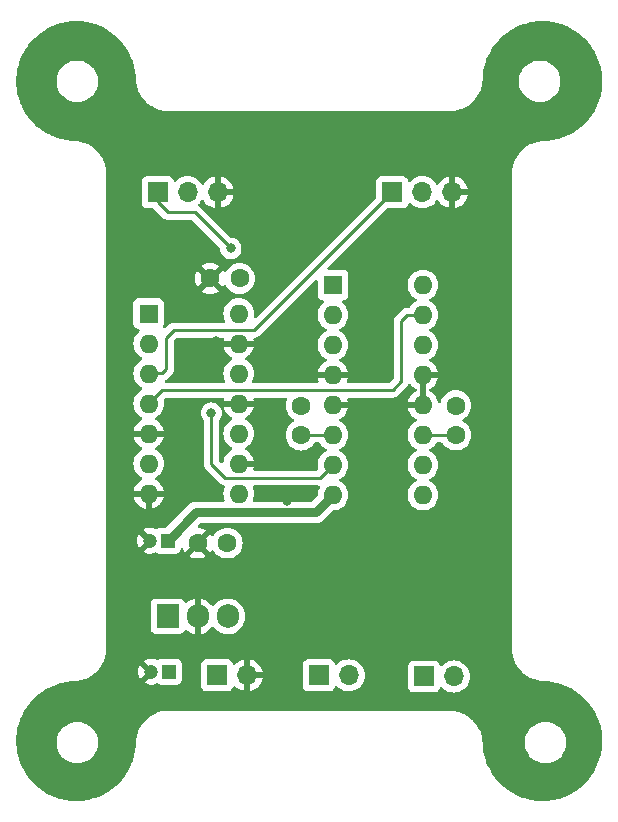
<source format=gbr>
%TF.GenerationSoftware,KiCad,Pcbnew,7.0.6*%
%TF.CreationDate,2023-09-15T11:55:09+02:00*%
%TF.ProjectId,l293d-motor-controller,6c323933-642d-46d6-9f74-6f722d636f6e,rev?*%
%TF.SameCoordinates,Original*%
%TF.FileFunction,Copper,L2,Bot*%
%TF.FilePolarity,Positive*%
%FSLAX46Y46*%
G04 Gerber Fmt 4.6, Leading zero omitted, Abs format (unit mm)*
G04 Created by KiCad (PCBNEW 7.0.6) date 2023-09-15 11:55:09*
%MOMM*%
%LPD*%
G01*
G04 APERTURE LIST*
%TA.AperFunction,ComponentPad*%
%ADD10R,1.905000X2.000000*%
%TD*%
%TA.AperFunction,ComponentPad*%
%ADD11O,1.905000X2.000000*%
%TD*%
%TA.AperFunction,ComponentPad*%
%ADD12R,1.700000X1.700000*%
%TD*%
%TA.AperFunction,ComponentPad*%
%ADD13O,1.700000X1.700000*%
%TD*%
%TA.AperFunction,ComponentPad*%
%ADD14R,1.200000X1.200000*%
%TD*%
%TA.AperFunction,ComponentPad*%
%ADD15C,1.200000*%
%TD*%
%TA.AperFunction,ComponentPad*%
%ADD16C,1.600000*%
%TD*%
%TA.AperFunction,ComponentPad*%
%ADD17R,1.600000X1.600000*%
%TD*%
%TA.AperFunction,ComponentPad*%
%ADD18O,1.600000X1.600000*%
%TD*%
%TA.AperFunction,ViaPad*%
%ADD19C,0.800000*%
%TD*%
%TA.AperFunction,Conductor*%
%ADD20C,0.800000*%
%TD*%
%TA.AperFunction,Conductor*%
%ADD21C,0.250000*%
%TD*%
G04 APERTURE END LIST*
D10*
%TO.P,U1,1,IN*%
%TO.N,+9V*%
X110520000Y-139300000D03*
D11*
%TO.P,U1,2,GND*%
%TO.N,GND*%
X113060000Y-139300000D03*
%TO.P,U1,3,OUT*%
%TO.N,+5V*%
X115600000Y-139300000D03*
%TD*%
D12*
%TO.P,M2,1,+*%
%TO.N,Net-(M2-+)*%
X132200000Y-144400000D03*
D13*
%TO.P,M2,2,-*%
%TO.N,Net-(M2--)*%
X134740000Y-144400000D03*
%TD*%
D12*
%TO.P,BT1,1,+*%
%TO.N,+9V*%
X114700000Y-144300000D03*
D13*
%TO.P,BT1,2,-*%
%TO.N,GND*%
X117240000Y-144300000D03*
%TD*%
D14*
%TO.P,C5,1*%
%TO.N,+9V*%
X110622600Y-144000000D03*
D15*
%TO.P,C5,2*%
%TO.N,GND*%
X109122600Y-144000000D03*
%TD*%
D12*
%TO.P,M1,1,+*%
%TO.N,Net-(M1-+)*%
X123300000Y-144300000D03*
D13*
%TO.P,M1,2,-*%
%TO.N,Net-(M1--)*%
X125840000Y-144300000D03*
%TD*%
D16*
%TO.P,C1,1*%
%TO.N,GND*%
X113050000Y-133100000D03*
%TO.P,C1,2*%
%TO.N,+5V*%
X115550000Y-133100000D03*
%TD*%
D12*
%TO.P,S1,1,Pin_1*%
%TO.N,/I3*%
X129520000Y-103400000D03*
D13*
%TO.P,S1,2,Pin_2*%
%TO.N,+5V*%
X132060000Y-103400000D03*
%TO.P,S1,3,Pin_3*%
%TO.N,GND*%
X134600000Y-103400000D03*
%TD*%
D16*
%TO.P,C2,1*%
%TO.N,Net-(M1-+)*%
X121800000Y-121465000D03*
%TO.P,C2,2*%
%TO.N,Net-(M1--)*%
X121800000Y-123965000D03*
%TD*%
D17*
%TO.P,U3,1*%
%TO.N,/I1*%
X108900000Y-113675000D03*
D18*
%TO.P,U3,2*%
%TO.N,/I2*%
X108900000Y-116215000D03*
%TO.P,U3,3*%
%TO.N,/I3*%
X108900000Y-118755000D03*
%TO.P,U3,4*%
%TO.N,/I4*%
X108900000Y-121295000D03*
%TO.P,U3,5*%
%TO.N,GND*%
X108900000Y-123835000D03*
%TO.P,U3,6*%
%TO.N,unconnected-(U3-Pad6)*%
X108900000Y-126375000D03*
%TO.P,U3,7,VSS*%
%TO.N,GND*%
X108900000Y-128915000D03*
%TO.P,U3,8*%
%TO.N,unconnected-(U3-Pad8)*%
X116520000Y-128915000D03*
%TO.P,U3,9*%
%TO.N,GND*%
X116520000Y-126375000D03*
%TO.P,U3,10*%
%TO.N,unconnected-(U3-Pad10)*%
X116520000Y-123835000D03*
%TO.P,U3,11*%
%TO.N,GND*%
X116520000Y-121295000D03*
%TO.P,U3,12*%
%TO.N,unconnected-(U3-Pad12)*%
X116520000Y-118755000D03*
%TO.P,U3,13*%
%TO.N,GND*%
X116520000Y-116215000D03*
%TO.P,U3,14,VDD*%
%TO.N,+5V*%
X116520000Y-113675000D03*
%TD*%
D14*
%TO.P,C4,1*%
%TO.N,+9V*%
X110500000Y-132900000D03*
D15*
%TO.P,C4,2*%
%TO.N,GND*%
X109000000Y-132900000D03*
%TD*%
D17*
%TO.P,U2,1,EN1\u002C2*%
%TO.N,unconnected-(U2-EN1\u002C2-Pad1)*%
X124500000Y-111260000D03*
D18*
%TO.P,U2,2,1A*%
%TO.N,/I1*%
X124500000Y-113800000D03*
%TO.P,U2,3,1Y*%
%TO.N,Net-(M1-+)*%
X124500000Y-116340000D03*
%TO.P,U2,4,GND*%
%TO.N,GND*%
X124500000Y-118880000D03*
%TO.P,U2,5,GND*%
X124500000Y-121420000D03*
%TO.P,U2,6,2Y*%
%TO.N,Net-(M1--)*%
X124500000Y-123960000D03*
%TO.P,U2,7,2A*%
%TO.N,/I2*%
X124500000Y-126500000D03*
%TO.P,U2,8,VCC2*%
%TO.N,+9V*%
X124500000Y-129040000D03*
%TO.P,U2,9,EN3\u002C4*%
%TO.N,unconnected-(U2-EN3\u002C4-Pad9)*%
X132120000Y-129040000D03*
%TO.P,U2,10,3A*%
%TO.N,/I3*%
X132120000Y-126500000D03*
%TO.P,U2,11,3Y*%
%TO.N,Net-(M2-+)*%
X132120000Y-123960000D03*
%TO.P,U2,12,GND*%
%TO.N,GND*%
X132120000Y-121420000D03*
%TO.P,U2,13,GND*%
X132120000Y-118880000D03*
%TO.P,U2,14,4Y*%
%TO.N,Net-(M2--)*%
X132120000Y-116340000D03*
%TO.P,U2,15,4A*%
%TO.N,/I4*%
X132120000Y-113800000D03*
%TO.P,U2,16,VCC1*%
%TO.N,+5V*%
X132120000Y-111260000D03*
%TD*%
D12*
%TO.P,S0,1,Pin_1*%
%TO.N,/I1*%
X109660000Y-103400000D03*
D13*
%TO.P,S0,2,Pin_2*%
%TO.N,+5V*%
X112200000Y-103400000D03*
%TO.P,S0,3,Pin_3*%
%TO.N,GND*%
X114740000Y-103400000D03*
%TD*%
D16*
%TO.P,C3,1*%
%TO.N,Net-(M2-+)*%
X134900000Y-123965000D03*
%TO.P,C3,2*%
%TO.N,Net-(M2--)*%
X134900000Y-121465000D03*
%TD*%
%TO.P,C6,1*%
%TO.N,+5V*%
X116600000Y-110700000D03*
%TO.P,C6,2*%
%TO.N,GND*%
X114100000Y-110700000D03*
%TD*%
D19*
%TO.N,GND*%
X134100000Y-119500000D03*
X119600000Y-137700000D03*
X120600000Y-129500000D03*
X105900000Y-116400000D03*
X106000000Y-144900000D03*
X126100000Y-139000000D03*
X120400000Y-133100000D03*
X135920000Y-112515000D03*
X121000000Y-106700000D03*
X114600000Y-116000000D03*
X135200000Y-99900000D03*
X118800000Y-102200000D03*
X127600000Y-113000000D03*
X131200000Y-132000000D03*
X138000000Y-144000000D03*
X127100000Y-131700000D03*
X112000000Y-123500000D03*
X119700000Y-121300000D03*
X137100000Y-135900000D03*
X117900000Y-141500000D03*
X111300000Y-108100000D03*
X137100000Y-128200000D03*
X135800000Y-132400000D03*
X122300000Y-115215000D03*
X137000000Y-139400000D03*
X106700000Y-133600000D03*
X129000000Y-144600000D03*
X119600000Y-125800000D03*
X128100000Y-123900000D03*
X130900000Y-137700000D03*
X110000000Y-98300000D03*
X128500000Y-107700000D03*
X108300000Y-109000000D03*
X111700000Y-113700000D03*
%TO.N,/I1*%
X115850000Y-108150000D03*
%TO.N,/I2*%
X114200000Y-122100000D03*
%TD*%
D20*
%TO.N,+9V*%
X110500000Y-132900000D02*
X112900000Y-130500000D01*
X112900000Y-130500000D02*
X123040000Y-130500000D01*
X123040000Y-130500000D02*
X124500000Y-129040000D01*
D21*
%TO.N,Net-(M2-+)*%
X132120000Y-123960000D02*
X134895000Y-123960000D01*
X134895000Y-123960000D02*
X134900000Y-123965000D01*
%TO.N,/I1*%
X109660000Y-104260000D02*
X109660000Y-103400000D01*
X112800000Y-105100000D02*
X110500000Y-105100000D01*
X115850000Y-108150000D02*
X112800000Y-105100000D01*
X110500000Y-105100000D02*
X109660000Y-104260000D01*
%TO.N,/I3*%
X110400000Y-118400000D02*
X110400000Y-115700000D01*
X110060000Y-118740000D02*
X110400000Y-118400000D01*
X110400000Y-115700000D02*
X111025000Y-115075000D01*
X111025000Y-115075000D02*
X117845000Y-115075000D01*
X108900000Y-118740000D02*
X110060000Y-118740000D01*
X108900000Y-118520000D02*
X108900000Y-118740000D01*
X117845000Y-115075000D02*
X129520000Y-103400000D01*
%TO.N,/I2*%
X123400000Y-127600000D02*
X115400000Y-127600000D01*
X114200000Y-126400000D02*
X114200000Y-122100000D01*
X124500000Y-126500000D02*
X123400000Y-127600000D01*
X115400000Y-127600000D02*
X114200000Y-126400000D01*
X114200000Y-122100000D02*
X114200000Y-122000000D01*
%TO.N,/I4*%
X130300000Y-119400000D02*
X130300000Y-114300000D01*
X108900000Y-121280000D02*
X110025000Y-120155000D01*
X110025000Y-120155000D02*
X129545000Y-120155000D01*
X130300000Y-114300000D02*
X130800000Y-113800000D01*
X129545000Y-120155000D02*
X130300000Y-119400000D01*
X130800000Y-113800000D02*
X132120000Y-113800000D01*
%TO.N,Net-(M1--)*%
X121735000Y-123965000D02*
X121740000Y-123960000D01*
X121800000Y-123965000D02*
X121735000Y-123965000D01*
X121740000Y-123960000D02*
X124500000Y-123960000D01*
%TD*%
%TA.AperFunction,Conductor*%
%TO.N,GND*%
G36*
X109421956Y-143973641D02*
G01*
X109421732Y-143976765D01*
X109421338Y-143972509D01*
X109421956Y-143973641D01*
G37*
%TD.AperFunction*%
%TA.AperFunction,Conductor*%
G36*
X109299356Y-132873641D02*
G01*
X109299132Y-132876765D01*
X109298738Y-132872509D01*
X109299356Y-132873641D01*
G37*
%TD.AperFunction*%
%TA.AperFunction,Conductor*%
G36*
X123317263Y-128245185D02*
G01*
X123363018Y-128297989D01*
X123372962Y-128367147D01*
X123362606Y-128401905D01*
X123273261Y-128593502D01*
X123273258Y-128593511D01*
X123214366Y-128813302D01*
X123214364Y-128813312D01*
X123195400Y-129030072D01*
X123169947Y-129095140D01*
X123159554Y-129106945D01*
X122703318Y-129563182D01*
X122641997Y-129596666D01*
X122615639Y-129599500D01*
X117830397Y-129599500D01*
X117763358Y-129579815D01*
X117717603Y-129527011D01*
X117707659Y-129457853D01*
X117718015Y-129423096D01*
X117746736Y-129361502D01*
X117746739Y-129361496D01*
X117805635Y-129141692D01*
X117825468Y-128915000D01*
X117805635Y-128688308D01*
X117746739Y-128468504D01*
X117715682Y-128401904D01*
X117705191Y-128332828D01*
X117733711Y-128269043D01*
X117792187Y-128230804D01*
X117828065Y-128225500D01*
X123250224Y-128225500D01*
X123317263Y-128245185D01*
G37*
%TD.AperFunction*%
%TA.AperFunction,Conductor*%
G36*
X120556642Y-120800185D02*
G01*
X120602397Y-120852989D01*
X120612341Y-120922147D01*
X120601985Y-120956904D01*
X120573263Y-121018497D01*
X120573258Y-121018511D01*
X120514366Y-121238302D01*
X120514364Y-121238313D01*
X120494532Y-121464998D01*
X120494532Y-121465001D01*
X120514364Y-121691686D01*
X120514366Y-121691697D01*
X120573258Y-121911488D01*
X120573261Y-121911497D01*
X120669431Y-122117732D01*
X120669432Y-122117734D01*
X120799954Y-122304141D01*
X120960858Y-122465045D01*
X120960861Y-122465047D01*
X121147266Y-122595568D01*
X121162387Y-122602619D01*
X121214825Y-122648791D01*
X121233976Y-122715985D01*
X121213760Y-122782866D01*
X121162387Y-122827380D01*
X121147266Y-122834432D01*
X121147264Y-122834433D01*
X120960858Y-122964954D01*
X120799954Y-123125858D01*
X120669432Y-123312265D01*
X120669431Y-123312267D01*
X120573261Y-123518502D01*
X120573258Y-123518511D01*
X120514366Y-123738302D01*
X120514364Y-123738313D01*
X120494532Y-123964998D01*
X120494532Y-123965001D01*
X120514364Y-124191686D01*
X120514366Y-124191697D01*
X120573258Y-124411488D01*
X120573261Y-124411497D01*
X120669431Y-124617732D01*
X120669432Y-124617734D01*
X120799954Y-124804141D01*
X120960858Y-124965045D01*
X120960861Y-124965047D01*
X121147266Y-125095568D01*
X121353504Y-125191739D01*
X121573308Y-125250635D01*
X121735230Y-125264801D01*
X121799998Y-125270468D01*
X121800000Y-125270468D01*
X121800002Y-125270468D01*
X121856672Y-125265509D01*
X122026692Y-125250635D01*
X122246496Y-125191739D01*
X122452734Y-125095568D01*
X122639139Y-124965047D01*
X122800047Y-124804139D01*
X122916114Y-124638375D01*
X122970689Y-124594752D01*
X123017688Y-124585500D01*
X123285812Y-124585500D01*
X123352851Y-124605185D01*
X123387387Y-124638377D01*
X123499954Y-124799141D01*
X123660858Y-124960045D01*
X123806094Y-125061739D01*
X123847266Y-125090568D01*
X123905278Y-125117619D01*
X123957713Y-125163788D01*
X123976866Y-125230982D01*
X123956651Y-125297863D01*
X123905277Y-125342380D01*
X123847268Y-125369430D01*
X123847265Y-125369432D01*
X123660858Y-125499954D01*
X123499954Y-125660858D01*
X123369432Y-125847265D01*
X123369431Y-125847267D01*
X123273261Y-126053502D01*
X123273258Y-126053511D01*
X123214366Y-126273302D01*
X123214364Y-126273313D01*
X123198727Y-126452050D01*
X123194532Y-126500000D01*
X123214364Y-126726686D01*
X123214365Y-126726691D01*
X123214366Y-126726697D01*
X123232680Y-126795048D01*
X123231017Y-126864897D01*
X123200588Y-126914819D01*
X123177229Y-126938179D01*
X123115907Y-126971666D01*
X123089546Y-126974500D01*
X117866824Y-126974500D01*
X117799785Y-126954815D01*
X117754030Y-126902011D01*
X117744086Y-126832853D01*
X117747049Y-126818406D01*
X117798872Y-126625000D01*
X116835686Y-126625000D01*
X116847641Y-126613045D01*
X116905165Y-126500148D01*
X116924986Y-126375000D01*
X116905165Y-126249852D01*
X116847641Y-126136955D01*
X116835686Y-126125000D01*
X117798872Y-126125000D01*
X117798872Y-126124999D01*
X117746269Y-125928682D01*
X117746265Y-125928673D01*
X117650134Y-125722517D01*
X117519657Y-125536179D01*
X117358820Y-125375342D01*
X117172482Y-125244865D01*
X117114133Y-125217657D01*
X117061694Y-125171484D01*
X117042542Y-125104291D01*
X117062758Y-125037410D01*
X117114129Y-124992895D01*
X117172734Y-124965568D01*
X117359139Y-124835047D01*
X117520047Y-124674139D01*
X117650568Y-124487734D01*
X117746739Y-124281496D01*
X117805635Y-124061692D01*
X117825468Y-123835000D01*
X117805635Y-123608308D01*
X117746739Y-123388504D01*
X117650568Y-123182266D01*
X117520047Y-122995861D01*
X117520045Y-122995858D01*
X117359141Y-122834954D01*
X117172734Y-122704432D01*
X117172732Y-122704431D01*
X117143301Y-122690707D01*
X117114132Y-122677105D01*
X117061694Y-122630934D01*
X117042542Y-122563740D01*
X117062758Y-122496859D01*
X117114134Y-122452341D01*
X117172484Y-122425132D01*
X117358820Y-122294657D01*
X117519657Y-122133820D01*
X117650134Y-121947482D01*
X117746265Y-121741326D01*
X117746269Y-121741317D01*
X117798872Y-121545000D01*
X116835686Y-121545000D01*
X116847641Y-121533045D01*
X116905165Y-121420148D01*
X116924986Y-121295000D01*
X116905165Y-121169852D01*
X116847641Y-121056955D01*
X116835686Y-121045000D01*
X117798872Y-121045000D01*
X117798872Y-121044999D01*
X117769825Y-120936593D01*
X117771488Y-120866744D01*
X117810651Y-120808881D01*
X117874879Y-120781377D01*
X117889600Y-120780500D01*
X120489603Y-120780500D01*
X120556642Y-120800185D01*
G37*
%TD.AperFunction*%
%TA.AperFunction,Conductor*%
G36*
X124693039Y-120800185D02*
G01*
X124738794Y-120852989D01*
X124750000Y-120904500D01*
X124749999Y-121104313D01*
X124738045Y-121092359D01*
X124625148Y-121034835D01*
X124531481Y-121020000D01*
X124468519Y-121020000D01*
X124374852Y-121034835D01*
X124261955Y-121092359D01*
X124250000Y-121104314D01*
X124250000Y-120904500D01*
X124269685Y-120837461D01*
X124322489Y-120791706D01*
X124374000Y-120780500D01*
X124626000Y-120780500D01*
X124693039Y-120800185D01*
G37*
%TD.AperFunction*%
%TA.AperFunction,Conductor*%
G36*
X131881955Y-119207641D02*
G01*
X131994852Y-119265165D01*
X132088519Y-119280000D01*
X132151481Y-119280000D01*
X132245148Y-119265165D01*
X132358045Y-119207641D01*
X132370000Y-119195686D01*
X132370000Y-121104314D01*
X132358045Y-121092359D01*
X132245148Y-121034835D01*
X132151481Y-121020000D01*
X132088519Y-121020000D01*
X131994852Y-121034835D01*
X131881955Y-121092359D01*
X131869999Y-121104314D01*
X131869999Y-119195685D01*
X131881955Y-119207641D01*
G37*
%TD.AperFunction*%
%TA.AperFunction,Conductor*%
G36*
X115217439Y-115720185D02*
G01*
X115263194Y-115772989D01*
X115273138Y-115842147D01*
X115270175Y-115856593D01*
X115241127Y-115964999D01*
X115241128Y-115965000D01*
X116204314Y-115965000D01*
X116192359Y-115976955D01*
X116134835Y-116089852D01*
X116115014Y-116215000D01*
X116134835Y-116340148D01*
X116192359Y-116453045D01*
X116204314Y-116465000D01*
X115241128Y-116465000D01*
X115293730Y-116661317D01*
X115293734Y-116661326D01*
X115389865Y-116867482D01*
X115520342Y-117053820D01*
X115681179Y-117214657D01*
X115867518Y-117345134D01*
X115867520Y-117345135D01*
X115925865Y-117372342D01*
X115978305Y-117418514D01*
X115997457Y-117485707D01*
X115977242Y-117552589D01*
X115925867Y-117597105D01*
X115925275Y-117597382D01*
X115867264Y-117624433D01*
X115680858Y-117754954D01*
X115519954Y-117915858D01*
X115389432Y-118102265D01*
X115389431Y-118102267D01*
X115293261Y-118308502D01*
X115293258Y-118308511D01*
X115234366Y-118528302D01*
X115234364Y-118528313D01*
X115214532Y-118754998D01*
X115214532Y-118755001D01*
X115234364Y-118981686D01*
X115234366Y-118981697D01*
X115293258Y-119201488D01*
X115293260Y-119201492D01*
X115293261Y-119201496D01*
X115322951Y-119265165D01*
X115363953Y-119353095D01*
X115374445Y-119422173D01*
X115345925Y-119485957D01*
X115287449Y-119524196D01*
X115251571Y-119529500D01*
X110415135Y-119529500D01*
X110348096Y-119509815D01*
X110302341Y-119457011D01*
X110292397Y-119387853D01*
X110321422Y-119324297D01*
X110358037Y-119298329D01*
X110356892Y-119296247D01*
X110363726Y-119292489D01*
X110363727Y-119292487D01*
X110363732Y-119292486D01*
X110401449Y-119265082D01*
X110406305Y-119261892D01*
X110446420Y-119238170D01*
X110460589Y-119223999D01*
X110475379Y-119211368D01*
X110491587Y-119199594D01*
X110521299Y-119163676D01*
X110525212Y-119159376D01*
X110783786Y-118900802D01*
X110796048Y-118890980D01*
X110795865Y-118890759D01*
X110801867Y-118885792D01*
X110801877Y-118885786D01*
X110849241Y-118835348D01*
X110870120Y-118814470D01*
X110874373Y-118808986D01*
X110878150Y-118804563D01*
X110910062Y-118770582D01*
X110919714Y-118753023D01*
X110930389Y-118736772D01*
X110942674Y-118720936D01*
X110961186Y-118678152D01*
X110963742Y-118672935D01*
X110986197Y-118632092D01*
X110991180Y-118612680D01*
X110997477Y-118594291D01*
X111005438Y-118575895D01*
X111012729Y-118529853D01*
X111013908Y-118524162D01*
X111025500Y-118479019D01*
X111025500Y-118458982D01*
X111027027Y-118439582D01*
X111030160Y-118419803D01*
X111030160Y-118419800D01*
X111029022Y-118407768D01*
X111025772Y-118373394D01*
X111025500Y-118367599D01*
X111025500Y-116010451D01*
X111045185Y-115943412D01*
X111061819Y-115922771D01*
X111247772Y-115736819D01*
X111309095Y-115703334D01*
X111335453Y-115700500D01*
X115150400Y-115700500D01*
X115217439Y-115720185D01*
G37*
%TD.AperFunction*%
%TA.AperFunction,Conductor*%
G36*
X123118834Y-110788269D02*
G01*
X123174767Y-110830141D01*
X123199184Y-110895605D01*
X123199500Y-110904451D01*
X123199500Y-112107870D01*
X123199501Y-112107876D01*
X123205908Y-112167483D01*
X123256202Y-112302328D01*
X123256206Y-112302335D01*
X123342452Y-112417544D01*
X123342455Y-112417547D01*
X123457664Y-112503793D01*
X123457671Y-112503797D01*
X123494283Y-112517452D01*
X123592517Y-112554091D01*
X123627596Y-112557862D01*
X123692144Y-112584599D01*
X123731993Y-112641991D01*
X123734488Y-112711816D01*
X123698836Y-112771905D01*
X123685464Y-112782725D01*
X123660858Y-112799954D01*
X123499954Y-112960858D01*
X123369432Y-113147265D01*
X123369431Y-113147267D01*
X123273261Y-113353502D01*
X123273258Y-113353511D01*
X123214366Y-113573302D01*
X123214364Y-113573313D01*
X123194532Y-113799998D01*
X123194532Y-113800001D01*
X123214364Y-114026686D01*
X123214366Y-114026697D01*
X123273258Y-114246488D01*
X123273261Y-114246497D01*
X123369431Y-114452732D01*
X123369432Y-114452734D01*
X123499954Y-114639141D01*
X123660858Y-114800045D01*
X123660861Y-114800047D01*
X123847266Y-114930568D01*
X123905275Y-114957618D01*
X123957714Y-115003791D01*
X123976866Y-115070984D01*
X123956650Y-115137865D01*
X123905275Y-115182382D01*
X123847267Y-115209431D01*
X123847265Y-115209432D01*
X123660858Y-115339954D01*
X123499954Y-115500858D01*
X123369432Y-115687265D01*
X123369431Y-115687267D01*
X123273261Y-115893502D01*
X123273258Y-115893511D01*
X123214366Y-116113302D01*
X123214364Y-116113313D01*
X123194532Y-116339998D01*
X123194532Y-116340001D01*
X123214364Y-116566686D01*
X123214366Y-116566697D01*
X123273258Y-116786488D01*
X123273261Y-116786497D01*
X123369431Y-116992732D01*
X123369432Y-116992734D01*
X123499954Y-117179141D01*
X123660858Y-117340045D01*
X123660861Y-117340047D01*
X123847266Y-117470568D01*
X123905865Y-117497893D01*
X123958305Y-117544065D01*
X123977457Y-117611258D01*
X123957242Y-117678139D01*
X123905867Y-117722657D01*
X123847515Y-117749867D01*
X123661179Y-117880342D01*
X123500342Y-118041179D01*
X123369865Y-118227517D01*
X123273734Y-118433673D01*
X123273730Y-118433682D01*
X123221127Y-118629999D01*
X123221128Y-118630000D01*
X124184314Y-118630000D01*
X124172359Y-118641955D01*
X124114835Y-118754852D01*
X124095014Y-118880000D01*
X124114835Y-119005148D01*
X124172359Y-119118045D01*
X124184314Y-119130000D01*
X123221128Y-119130000D01*
X123273730Y-119326317D01*
X123273735Y-119326331D01*
X123286216Y-119353096D01*
X123296708Y-119422174D01*
X123268188Y-119485957D01*
X123209711Y-119524196D01*
X123173834Y-119529500D01*
X117788429Y-119529500D01*
X117721390Y-119509815D01*
X117675635Y-119457011D01*
X117665691Y-119387853D01*
X117676047Y-119353095D01*
X117688534Y-119326317D01*
X117746739Y-119201496D01*
X117805635Y-118981692D01*
X117825468Y-118755000D01*
X117824547Y-118744477D01*
X117813017Y-118612689D01*
X117805635Y-118528308D01*
X117746739Y-118308504D01*
X117650568Y-118102266D01*
X117552839Y-117962693D01*
X117520045Y-117915858D01*
X117359141Y-117754954D01*
X117172734Y-117624432D01*
X117172732Y-117624431D01*
X117114725Y-117597382D01*
X117114132Y-117597105D01*
X117061694Y-117550934D01*
X117042542Y-117483740D01*
X117062758Y-117416859D01*
X117114134Y-117372341D01*
X117172484Y-117345132D01*
X117358820Y-117214657D01*
X117519657Y-117053820D01*
X117650134Y-116867482D01*
X117746265Y-116661326D01*
X117746269Y-116661317D01*
X117798872Y-116465000D01*
X116835686Y-116465000D01*
X116847641Y-116453045D01*
X116905165Y-116340148D01*
X116924986Y-116215000D01*
X116905165Y-116089852D01*
X116847641Y-115976955D01*
X116835686Y-115965000D01*
X117798872Y-115965000D01*
X117798871Y-115964999D01*
X117769802Y-115856510D01*
X117771465Y-115786660D01*
X117810627Y-115728797D01*
X117874856Y-115701293D01*
X117881791Y-115700661D01*
X117884344Y-115700500D01*
X117884350Y-115700500D01*
X117891228Y-115699630D01*
X117897041Y-115699172D01*
X117943627Y-115697709D01*
X117962869Y-115692117D01*
X117981912Y-115688174D01*
X118001792Y-115685664D01*
X118045122Y-115668507D01*
X118050646Y-115666617D01*
X118054396Y-115665527D01*
X118095390Y-115653618D01*
X118112629Y-115643422D01*
X118130103Y-115634862D01*
X118148727Y-115627488D01*
X118148727Y-115627487D01*
X118148732Y-115627486D01*
X118186449Y-115600082D01*
X118191305Y-115596892D01*
X118231420Y-115573170D01*
X118245589Y-115558999D01*
X118260379Y-115546368D01*
X118276587Y-115534594D01*
X118306299Y-115498676D01*
X118310212Y-115494376D01*
X122987821Y-110816768D01*
X123049142Y-110783285D01*
X123118834Y-110788269D01*
G37*
%TD.AperFunction*%
%TA.AperFunction,Conductor*%
G36*
X124750000Y-119405500D02*
G01*
X124730315Y-119472539D01*
X124677511Y-119518294D01*
X124626000Y-119529500D01*
X124374000Y-119529500D01*
X124306961Y-119509815D01*
X124261206Y-119457011D01*
X124250000Y-119405500D01*
X124249999Y-119195685D01*
X124261955Y-119207641D01*
X124374852Y-119265165D01*
X124468519Y-119280000D01*
X124531481Y-119280000D01*
X124625148Y-119265165D01*
X124738045Y-119207641D01*
X124750000Y-119195685D01*
X124750000Y-119405500D01*
G37*
%TD.AperFunction*%
%TA.AperFunction,Conductor*%
G36*
X142309493Y-88903534D02*
G01*
X142548919Y-88913987D01*
X142752200Y-88929077D01*
X142755636Y-88929430D01*
X142992914Y-88960668D01*
X143194462Y-88993817D01*
X143197724Y-88994446D01*
X143431108Y-89046186D01*
X143584272Y-89085609D01*
X143629218Y-89097178D01*
X143632398Y-89098087D01*
X143763925Y-89139557D01*
X143860147Y-89169896D01*
X143894515Y-89182085D01*
X144053283Y-89238396D01*
X144056240Y-89239533D01*
X144276720Y-89330859D01*
X144463188Y-89416320D01*
X144465955Y-89417673D01*
X144565030Y-89469248D01*
X144677557Y-89527826D01*
X144855890Y-89629615D01*
X144858439Y-89631154D01*
X145059551Y-89759278D01*
X145228243Y-89876570D01*
X145230592Y-89878286D01*
X145419753Y-90023434D01*
X145577469Y-90155332D01*
X145579564Y-90157165D01*
X145624310Y-90198168D01*
X145755363Y-90318256D01*
X145901743Y-90464636D01*
X146062827Y-90640428D01*
X146064676Y-90642540D01*
X146196565Y-90800246D01*
X146341712Y-90989406D01*
X146343428Y-90991755D01*
X146460721Y-91160448D01*
X146588844Y-91361559D01*
X146590401Y-91364138D01*
X146692173Y-91542442D01*
X146802317Y-91754027D01*
X146803685Y-91756824D01*
X146889141Y-91943281D01*
X146980462Y-92163750D01*
X146981616Y-92166752D01*
X147050103Y-92359852D01*
X147121908Y-92587590D01*
X147122820Y-92590779D01*
X147173813Y-92788891D01*
X147225544Y-93022235D01*
X147226192Y-93025593D01*
X147259334Y-93227105D01*
X147290563Y-93464315D01*
X147290923Y-93467819D01*
X147306012Y-93671080D01*
X147316463Y-93910446D01*
X147316515Y-93914071D01*
X147313502Y-94117375D01*
X147303034Y-94357130D01*
X147302759Y-94360847D01*
X147281763Y-94562525D01*
X147250377Y-94800920D01*
X147249761Y-94804698D01*
X147211065Y-95003076D01*
X147158895Y-95238393D01*
X147157923Y-95242201D01*
X147101984Y-95435601D01*
X147029299Y-95666129D01*
X147027962Y-95669934D01*
X146955398Y-95856760D01*
X146862578Y-96080846D01*
X146860869Y-96084611D01*
X146772487Y-96263275D01*
X146660034Y-96479296D01*
X146657951Y-96482985D01*
X146554698Y-96652039D01*
X146423238Y-96858389D01*
X146420780Y-96861964D01*
X146303797Y-97020005D01*
X146154001Y-97215221D01*
X146151173Y-97218645D01*
X146021850Y-97364289D01*
X145854407Y-97547021D01*
X145851217Y-97550256D01*
X145711167Y-97682241D01*
X145526793Y-97851189D01*
X145523252Y-97854197D01*
X145374340Y-97971411D01*
X145173672Y-98125388D01*
X145169798Y-98128132D01*
X145014359Y-98229513D01*
X144797796Y-98367477D01*
X144793607Y-98369920D01*
X144634529Y-98454572D01*
X144402078Y-98575579D01*
X144397598Y-98577688D01*
X144238714Y-98644883D01*
X143989584Y-98748075D01*
X143984841Y-98749817D01*
X143832137Y-98798935D01*
X143563478Y-98883642D01*
X143558500Y-98884987D01*
X143423426Y-98915516D01*
X143127107Y-98981208D01*
X143121930Y-98982127D01*
X143035068Y-98993781D01*
X142685394Y-99039817D01*
X142680003Y-99040289D01*
X142288431Y-99057385D01*
X142281723Y-99055729D01*
X142246168Y-99058941D01*
X142244864Y-99058682D01*
X142233987Y-99059500D01*
X142213167Y-99059500D01*
X142209829Y-99061322D01*
X142194790Y-99063636D01*
X142085963Y-99073600D01*
X142085958Y-99073601D01*
X141898521Y-99111521D01*
X141895490Y-99112056D01*
X141820565Y-99123378D01*
X141804130Y-99130617D01*
X141782831Y-99134926D01*
X141782818Y-99134929D01*
X141563773Y-99204597D01*
X141505622Y-99220523D01*
X141495811Y-99226214D01*
X141488090Y-99228669D01*
X141231298Y-99342197D01*
X141208537Y-99351411D01*
X141208003Y-99351829D01*
X141208128Y-99352044D01*
X141206590Y-99352933D01*
X141206242Y-99353206D01*
X141205231Y-99353720D01*
X140937529Y-99508630D01*
X140937521Y-99508635D01*
X140933431Y-99511635D01*
X140932900Y-99511973D01*
X140932727Y-99512152D01*
X140688161Y-99691560D01*
X140688148Y-99691571D01*
X140673513Y-99704966D01*
X140673511Y-99704970D01*
X140460018Y-99900391D01*
X140269875Y-100116640D01*
X140269873Y-100116643D01*
X140255806Y-100132642D01*
X140255783Y-100132670D01*
X140081313Y-100380752D01*
X140081180Y-100380857D01*
X140080796Y-100381488D01*
X140077880Y-100385634D01*
X139928350Y-100656381D01*
X139927863Y-100657389D01*
X139927686Y-100657584D01*
X139926733Y-100659310D01*
X139926349Y-100659098D01*
X139917338Y-100682705D01*
X139808978Y-100941683D01*
X139806681Y-100949441D01*
X139801779Y-100957026D01*
X139786431Y-101017810D01*
X139721147Y-101238230D01*
X139721143Y-101238247D01*
X139717262Y-101259621D01*
X139710851Y-101272391D01*
X139700532Y-101351323D01*
X139700058Y-101354363D01*
X139665889Y-101542532D01*
X139655095Y-101693651D01*
X139654828Y-101695859D01*
X139654708Y-101699195D01*
X139654436Y-101702930D01*
X139654439Y-101702950D01*
X139652937Y-101724370D01*
X139653486Y-101725549D01*
X139654876Y-101744052D01*
X139659373Y-142158332D01*
X139656294Y-142168820D01*
X139658692Y-142195945D01*
X139658756Y-142196383D01*
X139658948Y-142198841D01*
X139659209Y-142201784D01*
X139659246Y-142202640D01*
X139659387Y-142204428D01*
X139659393Y-142204902D01*
X139659666Y-142206839D01*
X139673300Y-142355435D01*
X139710327Y-142539807D01*
X139710852Y-142542799D01*
X139722226Y-142618468D01*
X139729412Y-142634844D01*
X139733299Y-142654197D01*
X139733300Y-142654201D01*
X139778974Y-142799235D01*
X139801197Y-142869804D01*
X139817256Y-142928979D01*
X139822936Y-142938836D01*
X139824831Y-142944852D01*
X139935376Y-143197817D01*
X139944824Y-143221417D01*
X139945207Y-143221199D01*
X140097966Y-143488690D01*
X140100809Y-143492623D01*
X140101832Y-143494250D01*
X140102356Y-143494765D01*
X140276444Y-143735656D01*
X140276447Y-143735660D01*
X140276454Y-143735669D01*
X140290408Y-143751177D01*
X140290540Y-143751344D01*
X140290599Y-143751390D01*
X140391887Y-143863962D01*
X140455291Y-143934430D01*
X140471830Y-143952812D01*
X140480273Y-143962195D01*
X140508096Y-143987155D01*
X140508097Y-143987156D01*
X140691343Y-144151546D01*
X140691371Y-144151592D01*
X140691569Y-144151749D01*
X140707097Y-144165679D01*
X140707102Y-144165683D01*
X140948245Y-144339414D01*
X140948549Y-144339806D01*
X140950401Y-144340966D01*
X140954331Y-144343798D01*
X140954336Y-144343800D01*
X140954339Y-144343803D01*
X141219174Y-144494529D01*
X141219178Y-144494531D01*
X141222055Y-144496168D01*
X141221837Y-144496550D01*
X141245391Y-144505940D01*
X141493680Y-144614007D01*
X141498579Y-144616139D01*
X141504581Y-144618019D01*
X141512122Y-144623059D01*
X141573653Y-144639659D01*
X141789365Y-144707242D01*
X141789379Y-144707244D01*
X141789380Y-144707245D01*
X141808703Y-144711096D01*
X141821310Y-144717695D01*
X141900759Y-144729518D01*
X141903754Y-144730039D01*
X142088211Y-144766801D01*
X142142326Y-144771685D01*
X142194694Y-144776412D01*
X142205061Y-144780500D01*
X142237182Y-144780500D01*
X142242764Y-144780752D01*
X142271510Y-144783348D01*
X142288695Y-144782625D01*
X142680025Y-144799711D01*
X142685377Y-144800180D01*
X143035434Y-144846266D01*
X143121950Y-144857874D01*
X143127084Y-144858785D01*
X143423566Y-144924514D01*
X143558533Y-144955020D01*
X143563459Y-144956351D01*
X143832085Y-145041048D01*
X143832136Y-145041064D01*
X143984840Y-145090181D01*
X143989585Y-145091923D01*
X144238719Y-145195118D01*
X144397627Y-145262324D01*
X144402058Y-145264410D01*
X144565030Y-145349248D01*
X144634529Y-145385427D01*
X144793607Y-145470078D01*
X144797796Y-145472521D01*
X145014354Y-145610483D01*
X145169811Y-145711875D01*
X145173672Y-145714610D01*
X145374340Y-145868588D01*
X145523252Y-145985801D01*
X145526778Y-145988796D01*
X145659806Y-146110694D01*
X145711167Y-146157758D01*
X145851228Y-146289753D01*
X145854396Y-146292965D01*
X145966764Y-146415594D01*
X146021850Y-146475710D01*
X146151173Y-146621353D01*
X146154001Y-146624777D01*
X146303797Y-146819994D01*
X146420780Y-146978034D01*
X146423238Y-146981609D01*
X146554698Y-147187960D01*
X146656613Y-147354825D01*
X146657950Y-147357013D01*
X146660032Y-147360700D01*
X146665287Y-147370793D01*
X146772487Y-147576724D01*
X146810908Y-147654393D01*
X146860876Y-147755402D01*
X146862578Y-147759152D01*
X146955398Y-147983239D01*
X147027962Y-148170064D01*
X147029299Y-148173869D01*
X147101984Y-148404398D01*
X147157923Y-148597797D01*
X147158895Y-148601605D01*
X147211065Y-148836923D01*
X147249761Y-149035300D01*
X147250377Y-149039078D01*
X147281763Y-149277474D01*
X147302759Y-149479151D01*
X147303034Y-149482868D01*
X147313502Y-149722624D01*
X147316515Y-149925927D01*
X147316463Y-149929551D01*
X147306012Y-150168919D01*
X147290923Y-150372179D01*
X147290563Y-150375683D01*
X147259334Y-150612894D01*
X147226192Y-150814405D01*
X147225544Y-150817763D01*
X147173813Y-151051108D01*
X147122820Y-151249219D01*
X147121908Y-151252408D01*
X147050103Y-151480147D01*
X146981616Y-151673246D01*
X146980462Y-151676248D01*
X146889141Y-151896718D01*
X146803685Y-152083174D01*
X146802317Y-152085971D01*
X146692173Y-152297557D01*
X146590401Y-152475860D01*
X146588845Y-152478439D01*
X146460721Y-152679551D01*
X146343428Y-152848243D01*
X146341712Y-152850592D01*
X146196565Y-153039753D01*
X146064676Y-153197458D01*
X146062827Y-153199570D01*
X145901744Y-153375363D01*
X145755363Y-153521744D01*
X145579570Y-153682827D01*
X145577458Y-153684676D01*
X145419753Y-153816565D01*
X145230592Y-153961712D01*
X145228243Y-153963428D01*
X145059551Y-154080721D01*
X144858439Y-154208845D01*
X144855860Y-154210401D01*
X144677557Y-154312173D01*
X144465971Y-154422317D01*
X144463174Y-154423685D01*
X144276718Y-154509141D01*
X144056248Y-154600462D01*
X144053246Y-154601616D01*
X143860147Y-154670103D01*
X143632408Y-154741908D01*
X143629219Y-154742820D01*
X143431108Y-154793813D01*
X143197763Y-154845544D01*
X143194405Y-154846192D01*
X142992894Y-154879334D01*
X142755683Y-154910563D01*
X142752179Y-154910923D01*
X142548919Y-154926012D01*
X142309551Y-154936463D01*
X142305927Y-154936515D01*
X142102624Y-154933502D01*
X141862868Y-154923034D01*
X141859151Y-154922759D01*
X141657474Y-154901763D01*
X141419078Y-154870377D01*
X141415300Y-154869761D01*
X141216923Y-154831065D01*
X140981605Y-154778895D01*
X140977797Y-154777923D01*
X140784398Y-154721984D01*
X140553869Y-154649299D01*
X140550064Y-154647962D01*
X140363239Y-154575398D01*
X140139152Y-154482578D01*
X140135402Y-154480876D01*
X140019790Y-154423685D01*
X139956724Y-154392487D01*
X139740702Y-154280034D01*
X139737015Y-154277951D01*
X139567960Y-154174698D01*
X139361609Y-154043238D01*
X139358034Y-154040780D01*
X139199994Y-153923797D01*
X139004777Y-153774001D01*
X139001353Y-153771173D01*
X138855710Y-153641850D01*
X138724637Y-153521744D01*
X138672965Y-153474396D01*
X138669753Y-153471228D01*
X138537758Y-153331167D01*
X138417171Y-153199570D01*
X138368796Y-153146778D01*
X138365801Y-153143252D01*
X138248588Y-152994340D01*
X138094610Y-152793672D01*
X138091875Y-152789811D01*
X137990483Y-152634354D01*
X137852521Y-152417796D01*
X137850078Y-152413607D01*
X137765427Y-152254529D01*
X137676225Y-152083174D01*
X137644410Y-152022058D01*
X137642324Y-152017627D01*
X137575116Y-151858714D01*
X137471923Y-151609584D01*
X137470181Y-151604840D01*
X137421064Y-151452136D01*
X137420512Y-151450385D01*
X137336351Y-151183459D01*
X137335020Y-151178533D01*
X137304514Y-151043566D01*
X137238785Y-150747084D01*
X137237874Y-150741950D01*
X137226218Y-150655067D01*
X137220666Y-150612894D01*
X137180180Y-150305377D01*
X137179711Y-150300025D01*
X137172339Y-150131187D01*
X140749500Y-150131187D01*
X140755188Y-150168919D01*
X140788604Y-150390615D01*
X140788605Y-150390617D01*
X140788606Y-150390623D01*
X140865938Y-150641326D01*
X140979767Y-150877696D01*
X140979768Y-150877697D01*
X140979770Y-150877700D01*
X140979772Y-150877704D01*
X141092760Y-151043426D01*
X141127567Y-151094479D01*
X141306014Y-151286801D01*
X141306018Y-151286804D01*
X141306019Y-151286805D01*
X141511143Y-151450386D01*
X141738357Y-151581568D01*
X141982584Y-151677420D01*
X142238370Y-151735802D01*
X142238376Y-151735802D01*
X142238379Y-151735803D01*
X142434500Y-151750500D01*
X142434506Y-151750500D01*
X142565500Y-151750500D01*
X142761620Y-151735803D01*
X142761622Y-151735802D01*
X142761630Y-151735802D01*
X143017416Y-151677420D01*
X143261643Y-151581568D01*
X143488857Y-151450386D01*
X143693981Y-151286805D01*
X143872433Y-151094479D01*
X144020228Y-150877704D01*
X144134063Y-150641323D01*
X144211396Y-150390615D01*
X144250500Y-150131182D01*
X144250500Y-149868818D01*
X144211396Y-149609385D01*
X144134063Y-149358677D01*
X144054623Y-149193717D01*
X144020232Y-149122303D01*
X144020231Y-149122302D01*
X144020230Y-149122301D01*
X144020228Y-149122296D01*
X143872433Y-148905521D01*
X143814815Y-148843423D01*
X143693985Y-148713198D01*
X143654533Y-148681736D01*
X143488857Y-148549614D01*
X143261643Y-148418432D01*
X143017416Y-148322580D01*
X143017411Y-148322578D01*
X143017402Y-148322576D01*
X142799818Y-148272914D01*
X142761630Y-148264198D01*
X142761629Y-148264197D01*
X142761625Y-148264197D01*
X142761620Y-148264196D01*
X142565500Y-148249500D01*
X142565494Y-148249500D01*
X142434506Y-148249500D01*
X142434500Y-148249500D01*
X142238379Y-148264196D01*
X142238374Y-148264197D01*
X141982597Y-148322576D01*
X141982578Y-148322582D01*
X141738356Y-148418432D01*
X141511143Y-148549614D01*
X141306014Y-148713198D01*
X141127567Y-148905520D01*
X140979768Y-149122302D01*
X140979767Y-149122303D01*
X140865938Y-149358673D01*
X140788606Y-149609376D01*
X140788605Y-149609381D01*
X140788604Y-149609385D01*
X140784264Y-149638181D01*
X140749500Y-149868812D01*
X140749500Y-150131187D01*
X137172339Y-150131187D01*
X137162732Y-149911144D01*
X137164529Y-149903861D01*
X137161478Y-149870468D01*
X137161665Y-149869515D01*
X137160500Y-149853993D01*
X137160500Y-149833155D01*
X137158703Y-149829865D01*
X137156385Y-149814810D01*
X137146662Y-149708595D01*
X137146642Y-149708371D01*
X137128702Y-149619697D01*
X137109204Y-149523314D01*
X137108669Y-149520283D01*
X137097350Y-149445376D01*
X137090111Y-149428938D01*
X137086278Y-149409991D01*
X137086277Y-149409990D01*
X137086277Y-149409987D01*
X137017482Y-149193689D01*
X137001504Y-149135345D01*
X136995790Y-149125487D01*
X136994008Y-149119883D01*
X136994007Y-149119882D01*
X136994006Y-149119877D01*
X136881862Y-148866212D01*
X136872932Y-148844154D01*
X136872594Y-148844350D01*
X136823396Y-148759331D01*
X136718437Y-148577950D01*
X136715394Y-148573802D01*
X136714365Y-148572187D01*
X136713826Y-148571664D01*
X136538371Y-148332488D01*
X136538371Y-148332487D01*
X136524078Y-148316873D01*
X136523929Y-148316689D01*
X136523863Y-148316638D01*
X136358268Y-148135730D01*
X136358263Y-148135725D01*
X136332818Y-148107927D01*
X136332815Y-148107924D01*
X136306308Y-148084616D01*
X136306304Y-148084614D01*
X136120332Y-147921096D01*
X136120300Y-147921046D01*
X136120095Y-147920887D01*
X136104201Y-147906912D01*
X136104186Y-147906901D01*
X135894095Y-147759152D01*
X135861547Y-147736262D01*
X135861232Y-147735867D01*
X135859373Y-147734733D01*
X135855179Y-147731784D01*
X135855178Y-147731783D01*
X135588689Y-147584607D01*
X135588687Y-147584606D01*
X135585748Y-147582983D01*
X135585938Y-147582638D01*
X135563623Y-147574119D01*
X135307856Y-147467107D01*
X135307848Y-147467104D01*
X135302196Y-147465430D01*
X135294577Y-147460508D01*
X135233547Y-147445098D01*
X135015961Y-147380655D01*
X135015953Y-147380653D01*
X134996920Y-147377197D01*
X134984163Y-147370793D01*
X134905233Y-147360472D01*
X134902204Y-147359999D01*
X134812592Y-147343728D01*
X134716418Y-147326265D01*
X134568163Y-147315677D01*
X134566324Y-147315442D01*
X134566292Y-147315442D01*
X134562795Y-147315300D01*
X134558357Y-147314994D01*
X134557299Y-147314888D01*
X134557111Y-147314910D01*
X134536690Y-147313515D01*
X134535082Y-147314234D01*
X134518272Y-147315355D01*
X110443557Y-147281007D01*
X110432817Y-147277836D01*
X110401051Y-147280695D01*
X110398397Y-147280813D01*
X110395569Y-147281192D01*
X110247007Y-147294860D01*
X110246999Y-147294861D01*
X110063966Y-147331712D01*
X110060961Y-147332240D01*
X109984673Y-147343728D01*
X109968083Y-147351017D01*
X109949167Y-147354825D01*
X109735193Y-147422441D01*
X109675165Y-147438783D01*
X109665116Y-147444586D01*
X109659499Y-147446361D01*
X109659491Y-147446364D01*
X109408577Y-147556455D01*
X109383941Y-147566356D01*
X109384179Y-147566771D01*
X109381293Y-147568426D01*
X109381290Y-147568428D01*
X109248124Y-147644826D01*
X109117779Y-147719605D01*
X109117774Y-147719608D01*
X109114126Y-147722258D01*
X109112124Y-147723522D01*
X109111483Y-147724178D01*
X108871988Y-147898156D01*
X108856831Y-147911875D01*
X108856276Y-147912319D01*
X108856123Y-147912515D01*
X108674088Y-148077280D01*
X108674080Y-148077289D01*
X108646742Y-148102034D01*
X108646740Y-148102035D01*
X108623384Y-148128251D01*
X108623381Y-148128257D01*
X108458894Y-148312889D01*
X108458748Y-148312979D01*
X108458261Y-148313598D01*
X108444661Y-148328865D01*
X108444657Y-148328870D01*
X108272573Y-148569729D01*
X108272087Y-148570109D01*
X108270686Y-148572368D01*
X108268057Y-148576048D01*
X108268045Y-148576067D01*
X108117321Y-148843658D01*
X108116904Y-148843423D01*
X108107191Y-148868154D01*
X107999092Y-149119903D01*
X107999082Y-149119930D01*
X107997355Y-149125550D01*
X107992263Y-149133256D01*
X107975766Y-149195798D01*
X107909838Y-149410300D01*
X107909836Y-149410307D01*
X107906179Y-149429242D01*
X107899568Y-149442051D01*
X107888135Y-149522265D01*
X107887630Y-149525274D01*
X107852222Y-149708595D01*
X107843343Y-149814244D01*
X107839500Y-149824168D01*
X107839500Y-149854709D01*
X107838854Y-149863815D01*
X107839035Y-149865511D01*
X107836549Y-149895090D01*
X107837315Y-149910015D01*
X107820289Y-150300003D01*
X107819817Y-150305394D01*
X107773781Y-150655068D01*
X107762127Y-150741930D01*
X107761208Y-150747107D01*
X107695516Y-151043426D01*
X107664987Y-151178500D01*
X107663642Y-151183478D01*
X107578935Y-151452137D01*
X107529817Y-151604841D01*
X107528075Y-151609584D01*
X107424883Y-151858714D01*
X107357688Y-152017598D01*
X107355579Y-152022078D01*
X107234572Y-152254529D01*
X107149920Y-152413607D01*
X107147477Y-152417796D01*
X107009513Y-152634359D01*
X106908132Y-152789798D01*
X106905388Y-152793672D01*
X106751411Y-152994340D01*
X106634197Y-153143252D01*
X106631189Y-153146793D01*
X106462241Y-153331167D01*
X106330256Y-153471217D01*
X106327021Y-153474407D01*
X106144289Y-153641850D01*
X105998645Y-153771173D01*
X105995221Y-153774001D01*
X105800005Y-153923797D01*
X105641964Y-154040780D01*
X105638389Y-154043238D01*
X105432039Y-154174698D01*
X105284036Y-154265093D01*
X105262987Y-154277950D01*
X105262985Y-154277951D01*
X105259296Y-154280034D01*
X105043275Y-154392487D01*
X104864611Y-154480869D01*
X104860846Y-154482578D01*
X104636760Y-154575398D01*
X104449934Y-154647962D01*
X104446129Y-154649299D01*
X104215601Y-154721984D01*
X104022201Y-154777923D01*
X104018393Y-154778895D01*
X103783076Y-154831065D01*
X103584698Y-154869761D01*
X103580920Y-154870377D01*
X103342525Y-154901763D01*
X103140847Y-154922759D01*
X103137130Y-154923034D01*
X102897375Y-154933502D01*
X102694071Y-154936515D01*
X102690446Y-154936463D01*
X102451080Y-154926012D01*
X102247819Y-154910923D01*
X102244315Y-154910563D01*
X102007105Y-154879334D01*
X101805593Y-154846192D01*
X101802235Y-154845544D01*
X101568891Y-154793813D01*
X101370779Y-154742820D01*
X101367590Y-154741908D01*
X101139852Y-154670103D01*
X100946752Y-154601616D01*
X100943750Y-154600462D01*
X100723281Y-154509141D01*
X100536824Y-154423685D01*
X100534027Y-154422317D01*
X100322442Y-154312173D01*
X100144138Y-154210401D01*
X100141559Y-154208844D01*
X99940448Y-154080721D01*
X99771755Y-153963428D01*
X99769406Y-153961712D01*
X99580246Y-153816565D01*
X99422540Y-153684676D01*
X99420428Y-153682827D01*
X99244636Y-153521743D01*
X99098256Y-153375363D01*
X98937171Y-153199570D01*
X98935322Y-153197458D01*
X98803434Y-153039753D01*
X98658286Y-152850592D01*
X98656570Y-152848243D01*
X98539278Y-152679551D01*
X98411154Y-152478439D01*
X98409615Y-152475890D01*
X98307826Y-152297557D01*
X98197681Y-152085971D01*
X98196313Y-152083174D01*
X98178694Y-152044731D01*
X98110855Y-151896711D01*
X98095094Y-151858661D01*
X98019533Y-151676240D01*
X98018396Y-151673283D01*
X97949896Y-151480147D01*
X97919557Y-151383925D01*
X97878087Y-151252398D01*
X97877178Y-151249218D01*
X97858976Y-151178500D01*
X97826186Y-151051108D01*
X97774446Y-150817724D01*
X97773817Y-150814462D01*
X97740668Y-150612914D01*
X97709430Y-150375636D01*
X97709077Y-150372200D01*
X97693987Y-150168919D01*
X97692340Y-150131187D01*
X101109500Y-150131187D01*
X101115188Y-150168919D01*
X101148604Y-150390615D01*
X101148605Y-150390617D01*
X101148606Y-150390623D01*
X101225938Y-150641326D01*
X101339767Y-150877696D01*
X101339768Y-150877697D01*
X101339770Y-150877700D01*
X101339772Y-150877704D01*
X101452760Y-151043426D01*
X101487567Y-151094479D01*
X101666014Y-151286801D01*
X101666018Y-151286804D01*
X101666019Y-151286805D01*
X101871143Y-151450386D01*
X102098357Y-151581568D01*
X102342584Y-151677420D01*
X102598370Y-151735802D01*
X102598376Y-151735802D01*
X102598379Y-151735803D01*
X102794500Y-151750500D01*
X102794506Y-151750500D01*
X102925500Y-151750500D01*
X103121620Y-151735803D01*
X103121622Y-151735802D01*
X103121630Y-151735802D01*
X103377416Y-151677420D01*
X103621643Y-151581568D01*
X103848857Y-151450386D01*
X104053981Y-151286805D01*
X104232433Y-151094479D01*
X104380228Y-150877704D01*
X104494063Y-150641323D01*
X104571396Y-150390615D01*
X104610500Y-150131182D01*
X104610500Y-149868818D01*
X104571396Y-149609385D01*
X104494063Y-149358677D01*
X104414623Y-149193717D01*
X104380232Y-149122303D01*
X104380231Y-149122302D01*
X104380230Y-149122301D01*
X104380228Y-149122296D01*
X104232433Y-148905521D01*
X104174815Y-148843423D01*
X104053985Y-148713198D01*
X104014533Y-148681736D01*
X103848857Y-148549614D01*
X103621643Y-148418432D01*
X103377416Y-148322580D01*
X103377411Y-148322578D01*
X103377402Y-148322576D01*
X103159818Y-148272914D01*
X103121630Y-148264198D01*
X103121629Y-148264197D01*
X103121625Y-148264197D01*
X103121620Y-148264196D01*
X102925500Y-148249500D01*
X102925494Y-148249500D01*
X102794506Y-148249500D01*
X102794500Y-148249500D01*
X102598379Y-148264196D01*
X102598374Y-148264197D01*
X102342597Y-148322576D01*
X102342578Y-148322582D01*
X102098356Y-148418432D01*
X101871143Y-148549614D01*
X101666014Y-148713198D01*
X101487567Y-148905520D01*
X101339768Y-149122302D01*
X101339767Y-149122303D01*
X101225938Y-149358673D01*
X101148606Y-149609376D01*
X101148605Y-149609381D01*
X101148604Y-149609385D01*
X101144264Y-149638181D01*
X101109500Y-149868812D01*
X101109500Y-150131187D01*
X97692340Y-150131187D01*
X97683534Y-149929493D01*
X97683483Y-149925993D01*
X97686498Y-149722624D01*
X97696968Y-149482804D01*
X97697234Y-149479208D01*
X97718236Y-149277474D01*
X97749625Y-149039050D01*
X97750228Y-149035353D01*
X97788928Y-148836951D01*
X97841109Y-148601579D01*
X97842064Y-148597837D01*
X97898017Y-148404391D01*
X97920688Y-148332488D01*
X97970712Y-148173830D01*
X97972017Y-148170115D01*
X98044586Y-147983276D01*
X98137442Y-147759102D01*
X98139099Y-147755451D01*
X98227512Y-147576724D01*
X98339984Y-147360667D01*
X98342019Y-147357063D01*
X98445283Y-147187989D01*
X98576782Y-146981576D01*
X98579205Y-146978050D01*
X98696168Y-146820037D01*
X98846005Y-146624766D01*
X98848825Y-146621353D01*
X98890648Y-146574252D01*
X98978112Y-146475750D01*
X99145630Y-146292937D01*
X99148757Y-146289767D01*
X99288816Y-146157773D01*
X99473247Y-145988773D01*
X99476714Y-145985827D01*
X99625599Y-145868633D01*
X99826340Y-145714599D01*
X99830162Y-145711892D01*
X99985610Y-145610505D01*
X100202217Y-145472512D01*
X100206385Y-145470081D01*
X100365413Y-145385457D01*
X100597960Y-145264400D01*
X100602353Y-145262332D01*
X100754772Y-145197870D01*
X113349500Y-145197870D01*
X113349501Y-145197876D01*
X113355908Y-145257483D01*
X113406202Y-145392328D01*
X113406206Y-145392335D01*
X113492452Y-145507544D01*
X113492455Y-145507547D01*
X113607664Y-145593793D01*
X113607671Y-145593797D01*
X113742517Y-145644091D01*
X113742516Y-145644091D01*
X113749444Y-145644835D01*
X113802127Y-145650500D01*
X115597872Y-145650499D01*
X115657483Y-145644091D01*
X115792331Y-145593796D01*
X115907546Y-145507546D01*
X115993796Y-145392331D01*
X116043002Y-145260401D01*
X116084872Y-145204468D01*
X116150337Y-145180050D01*
X116218610Y-145194901D01*
X116246865Y-145216053D01*
X116368917Y-145338105D01*
X116562421Y-145473600D01*
X116776507Y-145573429D01*
X116776516Y-145573433D01*
X116990000Y-145630634D01*
X116990000Y-144735501D01*
X117097685Y-144784680D01*
X117204237Y-144800000D01*
X117275763Y-144800000D01*
X117382315Y-144784680D01*
X117490000Y-144735501D01*
X117490000Y-145630633D01*
X117703483Y-145573433D01*
X117703492Y-145573429D01*
X117917578Y-145473600D01*
X118111082Y-145338105D01*
X118251317Y-145197870D01*
X121949500Y-145197870D01*
X121949501Y-145197876D01*
X121955908Y-145257483D01*
X122006202Y-145392328D01*
X122006206Y-145392335D01*
X122092452Y-145507544D01*
X122092455Y-145507547D01*
X122207664Y-145593793D01*
X122207671Y-145593797D01*
X122342517Y-145644091D01*
X122342516Y-145644091D01*
X122349444Y-145644835D01*
X122402127Y-145650500D01*
X124197872Y-145650499D01*
X124257483Y-145644091D01*
X124392331Y-145593796D01*
X124507546Y-145507546D01*
X124593796Y-145392331D01*
X124642810Y-145260916D01*
X124684681Y-145204984D01*
X124750145Y-145180566D01*
X124818418Y-145195417D01*
X124846673Y-145216569D01*
X124968599Y-145338495D01*
X125065384Y-145406265D01*
X125162165Y-145474032D01*
X125162167Y-145474033D01*
X125162170Y-145474035D01*
X125376337Y-145573903D01*
X125376343Y-145573904D01*
X125376344Y-145573905D01*
X125431285Y-145588626D01*
X125604592Y-145635063D01*
X125781034Y-145650500D01*
X125839999Y-145655659D01*
X125840000Y-145655659D01*
X125840001Y-145655659D01*
X125898966Y-145650500D01*
X126075408Y-145635063D01*
X126303663Y-145573903D01*
X126517830Y-145474035D01*
X126711401Y-145338495D01*
X126752026Y-145297870D01*
X130849500Y-145297870D01*
X130849501Y-145297876D01*
X130855908Y-145357483D01*
X130906202Y-145492328D01*
X130906206Y-145492335D01*
X130992452Y-145607544D01*
X130992455Y-145607547D01*
X131107664Y-145693793D01*
X131107671Y-145693797D01*
X131242517Y-145744091D01*
X131242516Y-145744091D01*
X131249444Y-145744835D01*
X131302127Y-145750500D01*
X133097872Y-145750499D01*
X133157483Y-145744091D01*
X133292331Y-145693796D01*
X133407546Y-145607546D01*
X133493796Y-145492331D01*
X133542810Y-145360916D01*
X133584681Y-145304984D01*
X133650145Y-145280566D01*
X133718418Y-145295417D01*
X133746673Y-145316569D01*
X133868599Y-145438495D01*
X133965384Y-145506264D01*
X134062165Y-145574032D01*
X134062167Y-145574033D01*
X134062170Y-145574035D01*
X134276337Y-145673903D01*
X134504592Y-145735063D01*
X134681034Y-145750500D01*
X134739999Y-145755659D01*
X134740000Y-145755659D01*
X134740001Y-145755659D01*
X134798966Y-145750500D01*
X134975408Y-145735063D01*
X135203663Y-145673903D01*
X135417830Y-145574035D01*
X135611401Y-145438495D01*
X135778495Y-145271401D01*
X135914035Y-145077830D01*
X136013903Y-144863663D01*
X136075063Y-144635408D01*
X136095659Y-144400000D01*
X136075063Y-144164592D01*
X136013903Y-143936337D01*
X135914035Y-143722171D01*
X135909303Y-143715412D01*
X135778494Y-143528597D01*
X135611402Y-143361506D01*
X135611395Y-143361501D01*
X135603400Y-143355903D01*
X135534518Y-143307671D01*
X135417834Y-143225967D01*
X135417830Y-143225965D01*
X135407609Y-143221199D01*
X135203663Y-143126097D01*
X135203659Y-143126096D01*
X135203655Y-143126094D01*
X134975413Y-143064938D01*
X134975403Y-143064936D01*
X134740001Y-143044341D01*
X134739999Y-143044341D01*
X134504596Y-143064936D01*
X134504586Y-143064938D01*
X134276344Y-143126094D01*
X134276337Y-143126096D01*
X134276337Y-143126097D01*
X134275687Y-143126400D01*
X134062171Y-143225964D01*
X134062169Y-143225965D01*
X133868600Y-143361503D01*
X133746673Y-143483430D01*
X133685350Y-143516914D01*
X133615658Y-143511930D01*
X133559725Y-143470058D01*
X133542810Y-143439081D01*
X133493797Y-143307671D01*
X133493793Y-143307664D01*
X133407547Y-143192455D01*
X133407544Y-143192452D01*
X133292335Y-143106206D01*
X133292328Y-143106202D01*
X133157482Y-143055908D01*
X133157483Y-143055908D01*
X133097883Y-143049501D01*
X133097881Y-143049500D01*
X133097873Y-143049500D01*
X133097864Y-143049500D01*
X131302129Y-143049500D01*
X131302123Y-143049501D01*
X131242516Y-143055908D01*
X131107671Y-143106202D01*
X131107664Y-143106206D01*
X130992455Y-143192452D01*
X130992452Y-143192455D01*
X130906206Y-143307664D01*
X130906202Y-143307671D01*
X130855908Y-143442517D01*
X130849501Y-143502116D01*
X130849500Y-143502135D01*
X130849500Y-145297870D01*
X126752026Y-145297870D01*
X126878495Y-145171401D01*
X127014035Y-144977830D01*
X127113903Y-144763663D01*
X127175063Y-144535408D01*
X127195659Y-144300000D01*
X127175063Y-144064592D01*
X127113903Y-143836337D01*
X127014035Y-143622171D01*
X126999167Y-143600936D01*
X126878494Y-143428597D01*
X126711402Y-143261506D01*
X126711395Y-143261501D01*
X126517834Y-143125967D01*
X126517830Y-143125965D01*
X126475457Y-143106206D01*
X126303663Y-143026097D01*
X126303659Y-143026096D01*
X126303655Y-143026094D01*
X126075413Y-142964938D01*
X126075403Y-142964936D01*
X125840001Y-142944341D01*
X125839999Y-142944341D01*
X125604596Y-142964936D01*
X125604586Y-142964938D01*
X125376344Y-143026094D01*
X125376335Y-143026098D01*
X125162171Y-143125964D01*
X125162169Y-143125965D01*
X124968600Y-143261503D01*
X124846673Y-143383430D01*
X124785350Y-143416914D01*
X124715658Y-143411930D01*
X124659725Y-143370058D01*
X124642810Y-143339081D01*
X124593797Y-143207671D01*
X124593793Y-143207664D01*
X124507547Y-143092455D01*
X124507544Y-143092452D01*
X124392335Y-143006206D01*
X124392328Y-143006202D01*
X124257482Y-142955908D01*
X124257483Y-142955908D01*
X124197883Y-142949501D01*
X124197881Y-142949500D01*
X124197873Y-142949500D01*
X124197864Y-142949500D01*
X122402129Y-142949500D01*
X122402123Y-142949501D01*
X122342516Y-142955908D01*
X122207671Y-143006202D01*
X122207664Y-143006206D01*
X122092455Y-143092452D01*
X122092452Y-143092455D01*
X122006206Y-143207664D01*
X122006202Y-143207671D01*
X121955908Y-143342517D01*
X121949501Y-143402116D01*
X121949500Y-143402135D01*
X121949500Y-145197870D01*
X118251317Y-145197870D01*
X118278105Y-145171082D01*
X118413600Y-144977578D01*
X118513429Y-144763492D01*
X118513432Y-144763486D01*
X118570636Y-144550000D01*
X117673686Y-144550000D01*
X117699493Y-144509844D01*
X117740000Y-144371889D01*
X117740000Y-144228111D01*
X117699493Y-144090156D01*
X117673686Y-144050000D01*
X118570636Y-144050000D01*
X118570635Y-144049999D01*
X118513432Y-143836513D01*
X118513429Y-143836507D01*
X118413600Y-143622422D01*
X118413599Y-143622420D01*
X118278113Y-143428926D01*
X118278108Y-143428920D01*
X118111082Y-143261894D01*
X117917578Y-143126399D01*
X117703492Y-143026570D01*
X117703486Y-143026567D01*
X117490000Y-142969364D01*
X117490000Y-143864498D01*
X117382315Y-143815320D01*
X117275763Y-143800000D01*
X117204237Y-143800000D01*
X117097685Y-143815320D01*
X116990000Y-143864498D01*
X116990000Y-142969364D01*
X116989999Y-142969364D01*
X116776513Y-143026567D01*
X116776507Y-143026570D01*
X116562422Y-143126399D01*
X116562420Y-143126400D01*
X116368926Y-143261886D01*
X116246865Y-143383947D01*
X116185542Y-143417431D01*
X116115850Y-143412447D01*
X116059917Y-143370575D01*
X116043002Y-143339598D01*
X116031093Y-143307669D01*
X115998924Y-143221417D01*
X115993797Y-143207671D01*
X115993793Y-143207664D01*
X115907547Y-143092455D01*
X115907544Y-143092452D01*
X115792335Y-143006206D01*
X115792328Y-143006202D01*
X115657482Y-142955908D01*
X115657483Y-142955908D01*
X115597883Y-142949501D01*
X115597881Y-142949500D01*
X115597873Y-142949500D01*
X115597864Y-142949500D01*
X113802129Y-142949500D01*
X113802123Y-142949501D01*
X113742516Y-142955908D01*
X113607671Y-143006202D01*
X113607664Y-143006206D01*
X113492455Y-143092452D01*
X113492452Y-143092455D01*
X113406206Y-143207664D01*
X113406202Y-143207671D01*
X113355908Y-143342517D01*
X113349501Y-143402116D01*
X113349500Y-143402135D01*
X113349500Y-145197870D01*
X100754772Y-145197870D01*
X100761218Y-145195144D01*
X101010430Y-145091916D01*
X101015149Y-145090184D01*
X101167826Y-145041075D01*
X101436552Y-144956347D01*
X101441454Y-144955022D01*
X101533403Y-144934240D01*
X108541910Y-144934240D01*
X108541911Y-144934241D01*
X108630181Y-144988895D01*
X108630188Y-144988899D01*
X108820278Y-145062539D01*
X109020672Y-145100000D01*
X109224528Y-145100000D01*
X109424926Y-145062538D01*
X109611502Y-144990259D01*
X109681125Y-144984396D01*
X109730605Y-145006617D01*
X109776620Y-145041064D01*
X109780268Y-145043795D01*
X109780271Y-145043797D01*
X109915117Y-145094091D01*
X109915116Y-145094091D01*
X109922044Y-145094835D01*
X109974727Y-145100500D01*
X111270472Y-145100499D01*
X111330083Y-145094091D01*
X111464931Y-145043796D01*
X111580146Y-144957546D01*
X111666396Y-144842331D01*
X111716691Y-144707483D01*
X111723100Y-144647873D01*
X111723099Y-143352128D01*
X111716691Y-143292517D01*
X111705269Y-143261894D01*
X111666397Y-143157671D01*
X111666393Y-143157664D01*
X111580147Y-143042455D01*
X111580144Y-143042452D01*
X111464935Y-142956206D01*
X111464928Y-142956202D01*
X111330082Y-142905908D01*
X111330083Y-142905908D01*
X111270483Y-142899501D01*
X111270481Y-142899500D01*
X111270473Y-142899500D01*
X111270464Y-142899500D01*
X109974729Y-142899500D01*
X109974723Y-142899501D01*
X109915116Y-142905908D01*
X109780271Y-142956202D01*
X109780265Y-142956205D01*
X109730604Y-142993381D01*
X109665139Y-143017797D01*
X109611502Y-143009740D01*
X109424924Y-142937460D01*
X109224528Y-142900000D01*
X109020672Y-142900000D01*
X108820278Y-142937460D01*
X108630188Y-143011100D01*
X108630184Y-143011102D01*
X108541910Y-143065758D01*
X109122600Y-143646447D01*
X109176153Y-143700000D01*
X109094798Y-143700000D01*
X109012350Y-143715412D01*
X108916990Y-143774457D01*
X108849399Y-143863962D01*
X108818705Y-143971840D01*
X108829054Y-144083521D01*
X108879048Y-144183922D01*
X108961934Y-144259484D01*
X109066520Y-144300000D01*
X109150402Y-144300000D01*
X109182070Y-144294080D01*
X108541910Y-144934240D01*
X101533403Y-144934240D01*
X101576502Y-144924499D01*
X101872923Y-144858784D01*
X101878041Y-144857875D01*
X101964555Y-144846267D01*
X102314624Y-144800180D01*
X102319972Y-144799711D01*
X102710972Y-144782639D01*
X102717957Y-144784363D01*
X102749546Y-144781476D01*
X102750503Y-144781664D01*
X102766005Y-144780500D01*
X102786835Y-144780500D01*
X102790122Y-144778705D01*
X102805184Y-144776384D01*
X102911629Y-144766642D01*
X103096718Y-144729197D01*
X103099728Y-144728666D01*
X103174634Y-144717348D01*
X103191062Y-144710111D01*
X103210008Y-144706278D01*
X103210007Y-144706278D01*
X103210013Y-144706277D01*
X103426312Y-144637481D01*
X103484661Y-144621502D01*
X103494511Y-144615790D01*
X103500123Y-144614006D01*
X103753801Y-144501856D01*
X103775845Y-144492932D01*
X103775650Y-144492594D01*
X103778557Y-144490912D01*
X104042050Y-144338437D01*
X104046202Y-144335390D01*
X104047811Y-144334365D01*
X104048330Y-144333830D01*
X104287515Y-144158368D01*
X104303131Y-144144073D01*
X104303309Y-144143929D01*
X104303361Y-144143863D01*
X104311910Y-144136038D01*
X104460528Y-144000000D01*
X108017887Y-144000000D01*
X108036696Y-144202989D01*
X108036697Y-144202992D01*
X108092483Y-144399063D01*
X108092486Y-144399069D01*
X108183354Y-144581556D01*
X108183355Y-144581557D01*
X108185133Y-144583912D01*
X108769047Y-144000000D01*
X108769047Y-143999999D01*
X108185133Y-143416085D01*
X108183354Y-143418443D01*
X108092486Y-143600930D01*
X108092483Y-143600936D01*
X108036697Y-143797007D01*
X108036696Y-143797010D01*
X108017887Y-143999999D01*
X108017887Y-144000000D01*
X104460528Y-144000000D01*
X104512073Y-143952818D01*
X104698903Y-143740332D01*
X104698950Y-143740302D01*
X104699109Y-143740098D01*
X104713086Y-143724202D01*
X104713086Y-143724201D01*
X104713093Y-143724194D01*
X104883737Y-143481548D01*
X104884130Y-143481234D01*
X104885258Y-143479384D01*
X104888217Y-143475178D01*
X105035393Y-143208689D01*
X105035393Y-143208687D01*
X105037017Y-143205748D01*
X105037360Y-143205937D01*
X105045867Y-143183656D01*
X105095539Y-143064936D01*
X105152895Y-142927850D01*
X105154564Y-142922211D01*
X105159487Y-142914589D01*
X105174893Y-142853575D01*
X105233944Y-142654197D01*
X105239347Y-142635953D01*
X105242800Y-142616931D01*
X105249204Y-142604174D01*
X105259525Y-142525246D01*
X105259991Y-142522255D01*
X105293734Y-142336421D01*
X105304299Y-142188460D01*
X105305078Y-142182601D01*
X105305319Y-142178510D01*
X105305134Y-142176859D01*
X105306571Y-142156990D01*
X105305706Y-142155058D01*
X105304572Y-142138347D01*
X105304412Y-140347870D01*
X109067000Y-140347870D01*
X109067001Y-140347876D01*
X109073408Y-140407483D01*
X109123702Y-140542328D01*
X109123706Y-140542335D01*
X109209952Y-140657544D01*
X109209955Y-140657547D01*
X109325164Y-140743793D01*
X109325171Y-140743797D01*
X109460017Y-140794091D01*
X109460016Y-140794091D01*
X109466944Y-140794835D01*
X109519627Y-140800500D01*
X111520372Y-140800499D01*
X111579983Y-140794091D01*
X111714831Y-140743796D01*
X111830046Y-140657546D01*
X111916296Y-140542331D01*
X111916297Y-140542328D01*
X111916298Y-140542327D01*
X111927907Y-140511199D01*
X111969776Y-140455264D01*
X112035240Y-140430844D01*
X112103513Y-140445694D01*
X112120252Y-140456675D01*
X112262831Y-140567649D01*
X112262840Y-140567655D01*
X112474531Y-140682215D01*
X112474545Y-140682221D01*
X112702207Y-140760379D01*
X112810000Y-140778366D01*
X112810000Y-139791683D01*
X112838819Y-139809209D01*
X112984404Y-139850000D01*
X113097622Y-139850000D01*
X113209783Y-139834584D01*
X113310000Y-139791053D01*
X113310000Y-140778365D01*
X113417792Y-140760379D01*
X113645454Y-140682221D01*
X113645468Y-140682215D01*
X113857159Y-140567655D01*
X113857168Y-140567649D01*
X114047116Y-140419806D01*
X114047126Y-140419797D01*
X114210154Y-140242702D01*
X114210155Y-140242701D01*
X114225891Y-140218616D01*
X114279036Y-140173258D01*
X114348267Y-140163833D01*
X114411604Y-140193333D01*
X114433510Y-140218614D01*
X114449446Y-140243007D01*
X114449448Y-140243009D01*
X114449449Y-140243010D01*
X114612537Y-140420171D01*
X114768908Y-140541879D01*
X114802017Y-140567649D01*
X114802561Y-140568072D01*
X114967891Y-140657544D01*
X115013478Y-140682215D01*
X115014336Y-140682679D01*
X115132598Y-140723278D01*
X115242083Y-140760865D01*
X115242085Y-140760865D01*
X115242087Y-140760866D01*
X115479601Y-140800500D01*
X115479602Y-140800500D01*
X115720398Y-140800500D01*
X115720399Y-140800500D01*
X115957913Y-140760866D01*
X116185664Y-140682679D01*
X116397439Y-140568072D01*
X116587463Y-140420171D01*
X116750551Y-140243010D01*
X116882255Y-140041422D01*
X116978983Y-139820905D01*
X117038095Y-139587476D01*
X117053000Y-139407600D01*
X117053000Y-139192400D01*
X117038095Y-139012524D01*
X116978983Y-138779095D01*
X116882255Y-138558578D01*
X116750551Y-138356990D01*
X116587463Y-138179829D01*
X116430505Y-138057664D01*
X116397441Y-138031929D01*
X116185665Y-137917321D01*
X116185656Y-137917318D01*
X115957916Y-137839134D01*
X115758800Y-137805908D01*
X115720399Y-137799500D01*
X115479601Y-137799500D01*
X115441200Y-137805908D01*
X115242083Y-137839134D01*
X115014343Y-137917318D01*
X115014334Y-137917321D01*
X114802558Y-138031929D01*
X114706195Y-138106932D01*
X114612537Y-138179829D01*
X114612534Y-138179831D01*
X114612534Y-138179832D01*
X114449450Y-138356988D01*
X114449446Y-138356994D01*
X114433507Y-138381389D01*
X114380359Y-138426744D01*
X114311127Y-138436165D01*
X114247793Y-138406661D01*
X114225892Y-138381385D01*
X114210154Y-138357296D01*
X114047126Y-138180202D01*
X114047116Y-138180193D01*
X113857168Y-138032350D01*
X113857159Y-138032344D01*
X113645468Y-137917784D01*
X113645454Y-137917778D01*
X113417791Y-137839619D01*
X113310000Y-137821633D01*
X113310000Y-138808316D01*
X113281181Y-138790791D01*
X113135596Y-138750000D01*
X113022378Y-138750000D01*
X112910217Y-138765416D01*
X112810000Y-138808946D01*
X112810000Y-137821633D01*
X112809999Y-137821633D01*
X112702208Y-137839619D01*
X112474545Y-137917778D01*
X112474531Y-137917784D01*
X112262840Y-138032344D01*
X112262838Y-138032345D01*
X112120252Y-138143325D01*
X112055258Y-138168967D01*
X111986718Y-138155400D01*
X111936393Y-138106932D01*
X111927907Y-138088801D01*
X111916297Y-138057671D01*
X111916293Y-138057664D01*
X111830047Y-137942455D01*
X111830044Y-137942452D01*
X111714835Y-137856206D01*
X111714828Y-137856202D01*
X111579982Y-137805908D01*
X111579983Y-137805908D01*
X111520383Y-137799501D01*
X111520381Y-137799500D01*
X111520373Y-137799500D01*
X111520364Y-137799500D01*
X109519629Y-137799500D01*
X109519623Y-137799501D01*
X109460016Y-137805908D01*
X109325171Y-137856202D01*
X109325164Y-137856206D01*
X109209955Y-137942452D01*
X109209952Y-137942455D01*
X109123706Y-138057664D01*
X109123702Y-138057671D01*
X109073408Y-138192517D01*
X109067001Y-138252116D01*
X109067000Y-138252135D01*
X109067000Y-140347870D01*
X105304412Y-140347870D01*
X105303747Y-132900000D01*
X107895287Y-132900000D01*
X107914096Y-133102989D01*
X107914097Y-133102992D01*
X107969883Y-133299063D01*
X107969886Y-133299069D01*
X108060754Y-133481556D01*
X108060755Y-133481557D01*
X108062533Y-133483912D01*
X108646447Y-132899998D01*
X108062533Y-132316085D01*
X108062532Y-132316085D01*
X108060756Y-132318439D01*
X108060754Y-132318442D01*
X107969886Y-132500930D01*
X107969883Y-132500936D01*
X107914097Y-132697007D01*
X107914096Y-132697010D01*
X107895287Y-132899999D01*
X107895287Y-132900000D01*
X105303747Y-132900000D01*
X105303164Y-126375001D01*
X107594532Y-126375001D01*
X107614364Y-126601686D01*
X107614366Y-126601697D01*
X107673258Y-126821488D01*
X107673261Y-126821497D01*
X107769431Y-127027732D01*
X107769432Y-127027734D01*
X107899954Y-127214141D01*
X108060858Y-127375045D01*
X108060861Y-127375047D01*
X108247266Y-127505568D01*
X108305865Y-127532893D01*
X108358305Y-127579065D01*
X108377457Y-127646258D01*
X108357242Y-127713139D01*
X108305867Y-127757657D01*
X108247515Y-127784867D01*
X108061179Y-127915342D01*
X107900342Y-128076179D01*
X107769865Y-128262517D01*
X107673734Y-128468673D01*
X107673730Y-128468682D01*
X107621127Y-128664999D01*
X107621128Y-128665000D01*
X108584314Y-128665000D01*
X108572359Y-128676955D01*
X108514835Y-128789852D01*
X108495014Y-128915000D01*
X108514835Y-129040148D01*
X108572359Y-129153045D01*
X108584314Y-129165000D01*
X107621128Y-129165000D01*
X107673730Y-129361317D01*
X107673734Y-129361326D01*
X107769865Y-129567482D01*
X107900342Y-129753820D01*
X108061179Y-129914657D01*
X108247517Y-130045134D01*
X108453673Y-130141265D01*
X108453682Y-130141269D01*
X108649999Y-130193872D01*
X108650000Y-130193871D01*
X108650000Y-129230686D01*
X108661955Y-129242641D01*
X108774852Y-129300165D01*
X108868519Y-129315000D01*
X108931481Y-129315000D01*
X109025148Y-129300165D01*
X109138045Y-129242641D01*
X109150000Y-129230685D01*
X109150000Y-130193872D01*
X109346317Y-130141269D01*
X109346326Y-130141265D01*
X109552482Y-130045134D01*
X109738820Y-129914657D01*
X109899657Y-129753820D01*
X110030134Y-129567482D01*
X110126265Y-129361326D01*
X110126269Y-129361317D01*
X110178872Y-129165000D01*
X109215686Y-129165000D01*
X109227641Y-129153045D01*
X109285165Y-129040148D01*
X109304986Y-128915000D01*
X109285165Y-128789852D01*
X109227641Y-128676955D01*
X109215686Y-128665000D01*
X110178872Y-128665000D01*
X110178872Y-128664999D01*
X110126269Y-128468682D01*
X110126265Y-128468673D01*
X110030134Y-128262517D01*
X109899657Y-128076179D01*
X109738820Y-127915342D01*
X109552482Y-127784865D01*
X109494133Y-127757657D01*
X109441694Y-127711484D01*
X109422542Y-127644291D01*
X109442758Y-127577410D01*
X109494129Y-127532895D01*
X109552734Y-127505568D01*
X109739139Y-127375047D01*
X109900047Y-127214139D01*
X110030568Y-127027734D01*
X110126739Y-126821496D01*
X110185635Y-126601692D01*
X110205468Y-126375000D01*
X110185635Y-126148308D01*
X110126739Y-125928504D01*
X110030568Y-125722266D01*
X109900047Y-125535861D01*
X109900045Y-125535858D01*
X109739141Y-125374954D01*
X109552734Y-125244432D01*
X109552732Y-125244431D01*
X109541275Y-125239088D01*
X109494132Y-125217105D01*
X109441694Y-125170934D01*
X109422542Y-125103740D01*
X109442758Y-125036859D01*
X109494134Y-124992341D01*
X109552484Y-124965132D01*
X109738820Y-124834657D01*
X109899657Y-124673820D01*
X110030134Y-124487482D01*
X110126265Y-124281326D01*
X110126269Y-124281317D01*
X110178872Y-124085000D01*
X109215686Y-124085000D01*
X109227641Y-124073045D01*
X109285165Y-123960148D01*
X109304986Y-123835000D01*
X109285165Y-123709852D01*
X109227641Y-123596955D01*
X109215686Y-123585000D01*
X110178872Y-123585000D01*
X110178872Y-123584999D01*
X110126269Y-123388682D01*
X110126265Y-123388673D01*
X110030134Y-123182517D01*
X109899657Y-122996179D01*
X109738820Y-122835342D01*
X109552482Y-122704865D01*
X109494133Y-122677657D01*
X109441694Y-122631484D01*
X109422542Y-122564291D01*
X109442758Y-122497410D01*
X109494129Y-122452895D01*
X109552734Y-122425568D01*
X109739139Y-122295047D01*
X109900047Y-122134139D01*
X110030568Y-121947734D01*
X110126739Y-121741496D01*
X110185635Y-121521692D01*
X110205468Y-121295000D01*
X110185635Y-121068308D01*
X110164149Y-120988121D01*
X110165812Y-120918273D01*
X110196244Y-120868347D01*
X110247774Y-120816818D01*
X110309097Y-120783334D01*
X110335454Y-120780500D01*
X115150400Y-120780500D01*
X115217439Y-120800185D01*
X115263194Y-120852989D01*
X115273138Y-120922147D01*
X115270175Y-120936593D01*
X115241127Y-121044999D01*
X115241128Y-121045000D01*
X116204314Y-121045000D01*
X116192359Y-121056955D01*
X116134835Y-121169852D01*
X116115014Y-121295000D01*
X116134835Y-121420148D01*
X116192359Y-121533045D01*
X116204314Y-121545000D01*
X115241128Y-121545000D01*
X115293730Y-121741317D01*
X115293734Y-121741326D01*
X115389865Y-121947482D01*
X115520342Y-122133820D01*
X115681179Y-122294657D01*
X115867518Y-122425134D01*
X115867520Y-122425135D01*
X115925865Y-122452342D01*
X115978305Y-122498514D01*
X115997457Y-122565707D01*
X115977242Y-122632589D01*
X115925867Y-122677105D01*
X115894486Y-122691739D01*
X115867264Y-122704433D01*
X115680858Y-122834954D01*
X115519954Y-122995858D01*
X115389432Y-123182265D01*
X115389431Y-123182267D01*
X115293261Y-123388502D01*
X115293258Y-123388511D01*
X115234366Y-123608302D01*
X115234364Y-123608313D01*
X115214532Y-123834998D01*
X115214532Y-123835001D01*
X115234364Y-124061686D01*
X115234366Y-124061697D01*
X115293258Y-124281488D01*
X115293261Y-124281497D01*
X115389431Y-124487732D01*
X115389432Y-124487734D01*
X115519954Y-124674141D01*
X115680858Y-124835045D01*
X115680861Y-124835047D01*
X115867266Y-124965568D01*
X115925865Y-124992893D01*
X115978305Y-125039065D01*
X115997457Y-125106258D01*
X115977242Y-125173139D01*
X115925867Y-125217657D01*
X115867515Y-125244867D01*
X115681179Y-125375342D01*
X115520342Y-125536179D01*
X115389865Y-125722517D01*
X115293734Y-125928673D01*
X115293730Y-125928682D01*
X115234860Y-126148389D01*
X115234858Y-126148399D01*
X115225704Y-126253031D01*
X115200251Y-126318100D01*
X115143660Y-126359078D01*
X115073898Y-126362956D01*
X115014495Y-126329904D01*
X114861819Y-126177228D01*
X114828334Y-126115905D01*
X114825500Y-126089547D01*
X114825500Y-122798687D01*
X114845185Y-122731648D01*
X114857350Y-122715715D01*
X114894581Y-122674365D01*
X114932533Y-122632216D01*
X115027179Y-122468284D01*
X115085674Y-122288256D01*
X115105460Y-122100000D01*
X115085674Y-121911744D01*
X115030354Y-121741488D01*
X115027181Y-121731722D01*
X115027180Y-121731721D01*
X115027179Y-121731716D01*
X114932533Y-121567784D01*
X114805871Y-121427112D01*
X114796286Y-121420148D01*
X114652734Y-121315851D01*
X114652729Y-121315848D01*
X114479807Y-121238857D01*
X114479802Y-121238855D01*
X114334000Y-121207865D01*
X114294646Y-121199500D01*
X114105354Y-121199500D01*
X114072897Y-121206398D01*
X113920197Y-121238855D01*
X113920192Y-121238857D01*
X113747270Y-121315848D01*
X113747265Y-121315851D01*
X113594129Y-121427111D01*
X113467466Y-121567785D01*
X113372821Y-121731715D01*
X113372818Y-121731722D01*
X113314406Y-121911497D01*
X113314326Y-121911744D01*
X113294540Y-122100000D01*
X113314326Y-122288256D01*
X113314327Y-122288259D01*
X113372818Y-122468277D01*
X113372821Y-122468284D01*
X113467467Y-122632216D01*
X113487561Y-122654532D01*
X113542650Y-122715715D01*
X113572880Y-122778706D01*
X113574500Y-122798687D01*
X113574500Y-126317255D01*
X113572775Y-126332872D01*
X113573061Y-126332899D01*
X113572326Y-126340665D01*
X113574500Y-126409814D01*
X113574500Y-126439343D01*
X113574501Y-126439360D01*
X113575368Y-126446231D01*
X113575826Y-126452050D01*
X113577290Y-126498624D01*
X113577291Y-126498627D01*
X113582880Y-126517867D01*
X113586824Y-126536911D01*
X113588795Y-126552511D01*
X113589336Y-126556791D01*
X113606490Y-126600119D01*
X113608382Y-126605647D01*
X113621381Y-126650388D01*
X113631580Y-126667634D01*
X113640138Y-126685103D01*
X113647514Y-126703732D01*
X113674898Y-126741423D01*
X113678106Y-126746307D01*
X113701827Y-126786416D01*
X113701833Y-126786424D01*
X113715990Y-126800580D01*
X113728628Y-126815376D01*
X113740405Y-126831586D01*
X113740406Y-126831587D01*
X113776309Y-126861288D01*
X113780620Y-126865210D01*
X114626893Y-127711484D01*
X114899197Y-127983788D01*
X114909022Y-127996051D01*
X114909243Y-127995869D01*
X114914214Y-128001878D01*
X114940217Y-128026295D01*
X114964635Y-128049226D01*
X114985529Y-128070120D01*
X114991011Y-128074373D01*
X114995443Y-128078157D01*
X115029418Y-128110062D01*
X115046976Y-128119714D01*
X115063235Y-128130395D01*
X115079064Y-128142673D01*
X115121838Y-128161182D01*
X115127056Y-128163738D01*
X115167908Y-128186197D01*
X115187316Y-128191180D01*
X115205719Y-128197481D01*
X115224101Y-128205436D01*
X115224102Y-128205436D01*
X115224104Y-128205437D01*
X115240211Y-128207988D01*
X115303344Y-128237916D01*
X115340276Y-128297226D01*
X115339280Y-128367089D01*
X115333195Y-128382866D01*
X115293262Y-128468502D01*
X115293258Y-128468511D01*
X115234366Y-128688302D01*
X115234364Y-128688313D01*
X115214532Y-128914998D01*
X115214532Y-128915001D01*
X115234364Y-129141686D01*
X115234366Y-129141697D01*
X115293258Y-129361488D01*
X115293263Y-129361502D01*
X115321985Y-129423096D01*
X115332477Y-129492173D01*
X115303957Y-129555957D01*
X115245480Y-129594196D01*
X115209603Y-129599500D01*
X112980627Y-129599500D01*
X112961228Y-129597973D01*
X112947388Y-129595781D01*
X112878041Y-129599415D01*
X112874798Y-129599500D01*
X112852808Y-129599500D01*
X112846559Y-129600156D01*
X112830941Y-129601797D01*
X112827710Y-129602051D01*
X112758358Y-129605686D01*
X112758353Y-129605687D01*
X112744803Y-129609317D01*
X112725691Y-129612859D01*
X112711749Y-129614325D01*
X112711737Y-129614327D01*
X112659485Y-129631305D01*
X112645684Y-129635789D01*
X112642603Y-129636702D01*
X112597073Y-129648902D01*
X112575512Y-129654680D01*
X112563017Y-129661046D01*
X112545056Y-129668485D01*
X112531715Y-129672820D01*
X112531713Y-129672821D01*
X112471583Y-129707536D01*
X112468732Y-129709085D01*
X112406855Y-129740612D01*
X112406850Y-129740616D01*
X112395946Y-129749445D01*
X112379927Y-129760454D01*
X112367788Y-129767463D01*
X112367785Y-129767465D01*
X112316189Y-129813922D01*
X112313725Y-129816027D01*
X112296628Y-129829873D01*
X112296612Y-129829887D01*
X112281055Y-129845444D01*
X112278703Y-129847675D01*
X112227113Y-129894127D01*
X112227105Y-129894136D01*
X112218872Y-129905468D01*
X112206238Y-129920260D01*
X110363318Y-131763181D01*
X110301995Y-131796666D01*
X110275637Y-131799500D01*
X109852129Y-131799500D01*
X109852123Y-131799501D01*
X109792516Y-131805908D01*
X109657671Y-131856202D01*
X109657665Y-131856205D01*
X109608004Y-131893381D01*
X109542539Y-131917797D01*
X109488902Y-131909740D01*
X109302324Y-131837460D01*
X109101928Y-131800000D01*
X108898072Y-131800000D01*
X108697678Y-131837460D01*
X108507588Y-131911100D01*
X108507584Y-131911102D01*
X108419310Y-131965758D01*
X109000000Y-132546447D01*
X109053553Y-132600000D01*
X108972198Y-132600000D01*
X108889750Y-132615412D01*
X108794390Y-132674457D01*
X108726799Y-132763962D01*
X108696105Y-132871840D01*
X108706454Y-132983521D01*
X108756448Y-133083922D01*
X108839334Y-133159484D01*
X108943920Y-133200000D01*
X109027802Y-133200000D01*
X109059470Y-133194080D01*
X108419310Y-133834240D01*
X108419311Y-133834241D01*
X108507581Y-133888895D01*
X108507588Y-133888899D01*
X108697678Y-133962539D01*
X108898072Y-134000000D01*
X109101928Y-134000000D01*
X109302326Y-133962538D01*
X109488902Y-133890259D01*
X109558525Y-133884396D01*
X109608005Y-133906617D01*
X109651448Y-133939139D01*
X109657668Y-133943795D01*
X109657671Y-133943797D01*
X109792517Y-133994091D01*
X109792516Y-133994091D01*
X109799444Y-133994835D01*
X109852127Y-134000500D01*
X111147872Y-134000499D01*
X111207483Y-133994091D01*
X111342331Y-133943796D01*
X111457546Y-133857546D01*
X111543796Y-133742331D01*
X111594091Y-133607483D01*
X111594884Y-133600106D01*
X111621619Y-133535557D01*
X111679010Y-133495707D01*
X111748835Y-133493211D01*
X111808925Y-133528861D01*
X111830555Y-133560955D01*
X111919865Y-133752481D01*
X111919866Y-133752483D01*
X111970973Y-133825471D01*
X111970973Y-133825472D01*
X112652046Y-133144400D01*
X112664835Y-133225148D01*
X112722359Y-133338045D01*
X112811955Y-133427641D01*
X112924852Y-133485165D01*
X113005599Y-133497953D01*
X112324526Y-134179025D01*
X112324526Y-134179026D01*
X112397512Y-134230131D01*
X112397516Y-134230133D01*
X112603673Y-134326265D01*
X112603682Y-134326269D01*
X112823389Y-134385139D01*
X112823400Y-134385141D01*
X113049998Y-134404966D01*
X113050002Y-134404966D01*
X113276599Y-134385141D01*
X113276610Y-134385139D01*
X113496317Y-134326269D01*
X113496331Y-134326264D01*
X113702478Y-134230136D01*
X113775472Y-134179025D01*
X113094401Y-133497953D01*
X113175148Y-133485165D01*
X113288045Y-133427641D01*
X113377641Y-133338045D01*
X113435165Y-133225148D01*
X113447953Y-133144400D01*
X114129025Y-133825472D01*
X114180134Y-133752481D01*
X114187340Y-133737028D01*
X114233511Y-133684587D01*
X114300704Y-133665433D01*
X114367585Y-133685646D01*
X114412105Y-133737022D01*
X114419430Y-133752730D01*
X114419432Y-133752734D01*
X114549954Y-133939141D01*
X114710858Y-134100045D01*
X114710861Y-134100047D01*
X114897266Y-134230568D01*
X115103504Y-134326739D01*
X115323308Y-134385635D01*
X115485230Y-134399801D01*
X115549998Y-134405468D01*
X115550000Y-134405468D01*
X115550002Y-134405468D01*
X115606672Y-134400509D01*
X115776692Y-134385635D01*
X115996496Y-134326739D01*
X116202734Y-134230568D01*
X116389139Y-134100047D01*
X116550047Y-133939139D01*
X116680568Y-133752734D01*
X116776739Y-133546496D01*
X116835635Y-133326692D01*
X116855206Y-133102992D01*
X116855468Y-133100001D01*
X116855468Y-133099998D01*
X116835635Y-132873313D01*
X116835635Y-132873308D01*
X116776739Y-132653504D01*
X116680568Y-132447266D01*
X116550047Y-132260861D01*
X116550045Y-132260858D01*
X116389141Y-132099954D01*
X116202734Y-131969432D01*
X116202732Y-131969431D01*
X115996497Y-131873261D01*
X115996488Y-131873258D01*
X115776697Y-131814366D01*
X115776693Y-131814365D01*
X115776692Y-131814365D01*
X115776691Y-131814364D01*
X115776686Y-131814364D01*
X115550002Y-131794532D01*
X115549998Y-131794532D01*
X115323313Y-131814364D01*
X115323302Y-131814366D01*
X115103511Y-131873258D01*
X115103502Y-131873261D01*
X114897267Y-131969431D01*
X114897265Y-131969432D01*
X114710858Y-132099954D01*
X114549954Y-132260858D01*
X114419432Y-132447265D01*
X114419430Y-132447269D01*
X114412105Y-132462978D01*
X114365931Y-132515417D01*
X114298737Y-132534567D01*
X114231857Y-132514350D01*
X114187341Y-132462974D01*
X114180132Y-132447515D01*
X114180131Y-132447512D01*
X114129026Y-132374526D01*
X114129025Y-132374526D01*
X113447953Y-133055598D01*
X113435165Y-132974852D01*
X113377641Y-132861955D01*
X113288045Y-132772359D01*
X113175148Y-132714835D01*
X113094400Y-132702046D01*
X113775472Y-132020974D01*
X113775471Y-132020973D01*
X113702483Y-131969866D01*
X113702481Y-131969865D01*
X113496326Y-131873734D01*
X113496317Y-131873730D01*
X113276610Y-131814860D01*
X113276599Y-131814858D01*
X113157171Y-131804410D01*
X113092102Y-131778958D01*
X113051123Y-131722367D01*
X113047245Y-131652605D01*
X113080293Y-131593206D01*
X113236683Y-131436816D01*
X113298005Y-131403334D01*
X113324362Y-131400500D01*
X122959373Y-131400500D01*
X122978772Y-131402027D01*
X122992612Y-131404219D01*
X123061959Y-131400584D01*
X123065203Y-131400500D01*
X123087191Y-131400500D01*
X123087192Y-131400500D01*
X123103988Y-131398734D01*
X123109064Y-131398201D01*
X123112284Y-131397947D01*
X123181646Y-131394313D01*
X123195187Y-131390683D01*
X123214313Y-131387138D01*
X123228256Y-131385674D01*
X123294306Y-131364212D01*
X123297368Y-131363304D01*
X123364488Y-131345320D01*
X123376976Y-131338956D01*
X123394950Y-131331510D01*
X123408284Y-131327179D01*
X123468476Y-131292425D01*
X123471222Y-131290934D01*
X123533149Y-131259383D01*
X123544031Y-131250569D01*
X123560083Y-131239537D01*
X123572216Y-131232533D01*
X123623847Y-131186043D01*
X123626260Y-131183982D01*
X123643380Y-131170119D01*
X123658929Y-131154568D01*
X123661270Y-131152347D01*
X123712888Y-131105871D01*
X123721130Y-131094525D01*
X123733760Y-131079737D01*
X124433054Y-130380444D01*
X124494375Y-130346961D01*
X124509916Y-130344600D01*
X124726692Y-130325635D01*
X124946496Y-130266739D01*
X125152734Y-130170568D01*
X125339139Y-130040047D01*
X125500047Y-129879139D01*
X125630568Y-129692734D01*
X125726739Y-129486496D01*
X125785635Y-129266692D01*
X125805468Y-129040000D01*
X125804599Y-129030072D01*
X125785635Y-128813313D01*
X125785635Y-128813312D01*
X125785635Y-128813308D01*
X125726739Y-128593504D01*
X125630568Y-128387266D01*
X125503251Y-128205437D01*
X125500045Y-128200858D01*
X125339141Y-128039954D01*
X125152734Y-127909432D01*
X125152728Y-127909429D01*
X125094725Y-127882382D01*
X125042285Y-127836210D01*
X125023133Y-127769017D01*
X125043348Y-127702135D01*
X125094725Y-127657618D01*
X125152734Y-127630568D01*
X125339139Y-127500047D01*
X125500047Y-127339139D01*
X125630568Y-127152734D01*
X125726739Y-126946496D01*
X125785635Y-126726692D01*
X125805468Y-126500000D01*
X125785635Y-126273308D01*
X125726739Y-126053504D01*
X125630568Y-125847266D01*
X125500047Y-125660861D01*
X125500045Y-125660858D01*
X125339141Y-125499954D01*
X125160620Y-125374954D01*
X125152734Y-125369432D01*
X125094722Y-125342380D01*
X125042284Y-125296208D01*
X125023133Y-125229014D01*
X125043349Y-125162133D01*
X125094721Y-125117619D01*
X125152734Y-125090568D01*
X125339139Y-124960047D01*
X125500047Y-124799139D01*
X125630568Y-124612734D01*
X125726739Y-124406496D01*
X125785635Y-124186692D01*
X125802634Y-123992384D01*
X125805468Y-123960001D01*
X125805468Y-123959998D01*
X125794532Y-123834998D01*
X125785635Y-123733308D01*
X125726739Y-123513504D01*
X125630568Y-123307266D01*
X125500047Y-123120861D01*
X125500045Y-123120858D01*
X125339141Y-122959954D01*
X125152734Y-122829432D01*
X125152732Y-122829431D01*
X125141275Y-122824088D01*
X125094132Y-122802105D01*
X125041694Y-122755934D01*
X125022542Y-122688740D01*
X125042758Y-122621859D01*
X125094134Y-122577341D01*
X125152484Y-122550132D01*
X125338820Y-122419657D01*
X125499657Y-122258820D01*
X125630134Y-122072482D01*
X125726265Y-121866326D01*
X125726269Y-121866317D01*
X125778872Y-121670000D01*
X124815686Y-121670000D01*
X124827641Y-121658045D01*
X124885165Y-121545148D01*
X124904986Y-121420000D01*
X124885165Y-121294852D01*
X124827641Y-121181955D01*
X124815686Y-121170000D01*
X125778872Y-121170000D01*
X125778872Y-121169999D01*
X125726269Y-120973682D01*
X125726264Y-120973668D01*
X125718447Y-120956904D01*
X125707955Y-120887827D01*
X125736475Y-120824043D01*
X125794952Y-120785804D01*
X125830829Y-120780500D01*
X129462257Y-120780500D01*
X129477877Y-120782224D01*
X129477904Y-120781939D01*
X129485660Y-120782671D01*
X129485667Y-120782673D01*
X129554814Y-120780500D01*
X129584350Y-120780500D01*
X129591228Y-120779630D01*
X129597041Y-120779172D01*
X129643627Y-120777709D01*
X129662869Y-120772117D01*
X129681912Y-120768174D01*
X129701792Y-120765664D01*
X129745122Y-120748507D01*
X129750646Y-120746617D01*
X129754396Y-120745527D01*
X129795390Y-120733618D01*
X129812629Y-120723422D01*
X129830103Y-120714862D01*
X129848727Y-120707488D01*
X129848727Y-120707487D01*
X129848732Y-120707486D01*
X129886449Y-120680082D01*
X129891305Y-120676892D01*
X129931420Y-120653170D01*
X129945589Y-120638999D01*
X129960379Y-120626368D01*
X129976587Y-120614594D01*
X130006299Y-120578676D01*
X130010212Y-120574376D01*
X130683787Y-119900802D01*
X130696042Y-119890986D01*
X130695859Y-119890764D01*
X130701866Y-119885792D01*
X130701877Y-119885786D01*
X130732775Y-119852882D01*
X130749227Y-119835364D01*
X130759671Y-119824918D01*
X130770120Y-119814471D01*
X130774379Y-119808978D01*
X130778152Y-119804561D01*
X130810062Y-119770582D01*
X130819713Y-119753024D01*
X130830396Y-119736761D01*
X130842673Y-119720936D01*
X130861181Y-119678161D01*
X130863743Y-119672933D01*
X130866496Y-119667925D01*
X130916041Y-119618663D01*
X130984356Y-119604006D01*
X131049751Y-119628609D01*
X131076731Y-119656539D01*
X131120341Y-119718819D01*
X131281179Y-119879657D01*
X131467517Y-120010133D01*
X131526455Y-120037616D01*
X131578895Y-120083788D01*
X131598048Y-120150981D01*
X131577833Y-120217863D01*
X131526458Y-120262380D01*
X131467522Y-120289863D01*
X131467518Y-120289865D01*
X131281179Y-120420342D01*
X131120342Y-120581179D01*
X130989865Y-120767517D01*
X130893734Y-120973673D01*
X130893730Y-120973682D01*
X130841127Y-121169999D01*
X130841128Y-121170000D01*
X131804314Y-121170000D01*
X131792359Y-121181955D01*
X131734835Y-121294852D01*
X131715014Y-121420000D01*
X131734835Y-121545148D01*
X131792359Y-121658045D01*
X131804314Y-121670000D01*
X130841128Y-121670000D01*
X130893730Y-121866317D01*
X130893734Y-121866326D01*
X130989865Y-122072482D01*
X131120342Y-122258820D01*
X131281179Y-122419657D01*
X131467518Y-122550134D01*
X131467520Y-122550135D01*
X131525865Y-122577342D01*
X131578305Y-122623514D01*
X131597457Y-122690707D01*
X131577242Y-122757589D01*
X131525867Y-122802105D01*
X131471662Y-122827382D01*
X131467264Y-122829433D01*
X131280858Y-122959954D01*
X131119954Y-123120858D01*
X130989432Y-123307265D01*
X130989431Y-123307267D01*
X130893261Y-123513502D01*
X130893258Y-123513511D01*
X130834366Y-123733302D01*
X130834364Y-123733313D01*
X130814532Y-123959998D01*
X130814532Y-123960001D01*
X130834364Y-124186686D01*
X130834366Y-124186697D01*
X130893258Y-124406488D01*
X130893261Y-124406497D01*
X130989431Y-124612732D01*
X130989432Y-124612734D01*
X131119954Y-124799141D01*
X131280858Y-124960045D01*
X131426094Y-125061739D01*
X131467266Y-125090568D01*
X131525278Y-125117619D01*
X131577713Y-125163788D01*
X131596866Y-125230982D01*
X131576651Y-125297863D01*
X131525277Y-125342380D01*
X131467268Y-125369430D01*
X131467265Y-125369432D01*
X131280858Y-125499954D01*
X131119954Y-125660858D01*
X130989432Y-125847265D01*
X130989431Y-125847267D01*
X130893261Y-126053502D01*
X130893258Y-126053511D01*
X130834366Y-126273302D01*
X130834364Y-126273313D01*
X130814532Y-126499998D01*
X130814532Y-126500001D01*
X130834364Y-126726686D01*
X130834366Y-126726697D01*
X130893258Y-126946488D01*
X130893261Y-126946497D01*
X130989431Y-127152732D01*
X130989432Y-127152734D01*
X131119954Y-127339141D01*
X131280858Y-127500045D01*
X131280861Y-127500047D01*
X131467266Y-127630568D01*
X131525275Y-127657618D01*
X131577714Y-127703791D01*
X131596866Y-127770984D01*
X131576650Y-127837865D01*
X131525275Y-127882382D01*
X131467267Y-127909431D01*
X131467265Y-127909432D01*
X131280858Y-128039954D01*
X131119954Y-128200858D01*
X130989432Y-128387265D01*
X130989431Y-128387267D01*
X130893261Y-128593502D01*
X130893258Y-128593511D01*
X130834366Y-128813302D01*
X130834364Y-128813313D01*
X130814532Y-129039998D01*
X130814532Y-129040001D01*
X130834364Y-129266686D01*
X130834366Y-129266697D01*
X130893258Y-129486488D01*
X130893261Y-129486497D01*
X130989431Y-129692732D01*
X130989432Y-129692734D01*
X131119954Y-129879141D01*
X131280858Y-130040045D01*
X131280861Y-130040047D01*
X131467266Y-130170568D01*
X131673504Y-130266739D01*
X131893308Y-130325635D01*
X132055230Y-130339801D01*
X132119998Y-130345468D01*
X132120000Y-130345468D01*
X132120002Y-130345468D01*
X132176673Y-130340509D01*
X132346692Y-130325635D01*
X132566496Y-130266739D01*
X132772734Y-130170568D01*
X132959139Y-130040047D01*
X133120047Y-129879139D01*
X133250568Y-129692734D01*
X133346739Y-129486496D01*
X133405635Y-129266692D01*
X133425468Y-129040000D01*
X133424599Y-129030072D01*
X133405635Y-128813313D01*
X133405635Y-128813312D01*
X133405635Y-128813308D01*
X133346739Y-128593504D01*
X133250568Y-128387266D01*
X133123251Y-128205437D01*
X133120045Y-128200858D01*
X132959141Y-128039954D01*
X132772734Y-127909432D01*
X132772728Y-127909429D01*
X132714725Y-127882382D01*
X132662285Y-127836210D01*
X132643133Y-127769017D01*
X132663348Y-127702135D01*
X132714725Y-127657618D01*
X132772734Y-127630568D01*
X132959139Y-127500047D01*
X133120047Y-127339139D01*
X133250568Y-127152734D01*
X133346739Y-126946496D01*
X133405635Y-126726692D01*
X133425468Y-126500000D01*
X133405635Y-126273308D01*
X133346739Y-126053504D01*
X133250568Y-125847266D01*
X133120047Y-125660861D01*
X133120045Y-125660858D01*
X132959141Y-125499954D01*
X132780620Y-125374954D01*
X132772734Y-125369432D01*
X132714722Y-125342380D01*
X132662284Y-125296208D01*
X132643133Y-125229014D01*
X132663349Y-125162133D01*
X132714721Y-125117619D01*
X132772734Y-125090568D01*
X132959139Y-124960047D01*
X133120047Y-124799139D01*
X133232612Y-124638377D01*
X133287189Y-124594752D01*
X133334188Y-124585500D01*
X133682312Y-124585500D01*
X133749351Y-124605185D01*
X133783884Y-124638374D01*
X133859455Y-124746302D01*
X133899954Y-124804141D01*
X134060858Y-124965045D01*
X134060861Y-124965047D01*
X134247266Y-125095568D01*
X134453504Y-125191739D01*
X134673308Y-125250635D01*
X134835230Y-125264801D01*
X134899998Y-125270468D01*
X134900000Y-125270468D01*
X134900002Y-125270468D01*
X134956673Y-125265509D01*
X135126692Y-125250635D01*
X135346496Y-125191739D01*
X135552734Y-125095568D01*
X135739139Y-124965047D01*
X135900047Y-124804139D01*
X136030568Y-124617734D01*
X136126739Y-124411496D01*
X136185635Y-124191692D01*
X136205468Y-123965000D01*
X136205030Y-123959998D01*
X136199801Y-123900230D01*
X136185635Y-123738308D01*
X136126739Y-123518504D01*
X136030568Y-123312266D01*
X135900047Y-123125861D01*
X135900045Y-123125858D01*
X135739141Y-122964954D01*
X135552734Y-122834432D01*
X135552733Y-122834432D01*
X135537614Y-122827381D01*
X135485176Y-122781211D01*
X135466023Y-122714018D01*
X135486238Y-122647136D01*
X135537614Y-122602618D01*
X135552734Y-122595568D01*
X135739139Y-122465047D01*
X135900047Y-122304139D01*
X136030568Y-122117734D01*
X136126739Y-121911496D01*
X136185635Y-121691692D01*
X136205468Y-121465000D01*
X136185635Y-121238308D01*
X136126739Y-121018504D01*
X136030568Y-120812266D01*
X135900047Y-120625861D01*
X135900045Y-120625858D01*
X135739141Y-120464954D01*
X135552734Y-120334432D01*
X135552732Y-120334431D01*
X135346497Y-120238261D01*
X135346488Y-120238258D01*
X135126697Y-120179366D01*
X135126693Y-120179365D01*
X135126692Y-120179365D01*
X135126691Y-120179364D01*
X135126686Y-120179364D01*
X134900002Y-120159532D01*
X134899998Y-120159532D01*
X134673313Y-120179364D01*
X134673302Y-120179366D01*
X134453511Y-120238258D01*
X134453502Y-120238261D01*
X134247267Y-120334431D01*
X134247265Y-120334432D01*
X134060858Y-120464954D01*
X133899954Y-120625858D01*
X133769432Y-120812265D01*
X133769431Y-120812267D01*
X133673261Y-121018502D01*
X133673258Y-121018511D01*
X133635545Y-121159262D01*
X133599180Y-121218923D01*
X133536333Y-121249452D01*
X133466958Y-121241157D01*
X133413080Y-121196672D01*
X133395995Y-121159262D01*
X133346269Y-120973682D01*
X133346265Y-120973673D01*
X133250134Y-120767517D01*
X133119657Y-120581179D01*
X132958820Y-120420342D01*
X132772484Y-120289867D01*
X132713541Y-120262381D01*
X132661102Y-120216208D01*
X132641951Y-120149014D01*
X132662167Y-120082133D01*
X132713544Y-120037616D01*
X132772483Y-120010133D01*
X132958820Y-119879657D01*
X133119657Y-119718820D01*
X133250134Y-119532482D01*
X133346265Y-119326326D01*
X133346269Y-119326317D01*
X133398872Y-119130000D01*
X132435686Y-119130000D01*
X132447641Y-119118045D01*
X132505165Y-119005148D01*
X132524986Y-118880000D01*
X132505165Y-118754852D01*
X132447641Y-118641955D01*
X132435686Y-118630000D01*
X133398872Y-118630000D01*
X133398872Y-118629999D01*
X133346269Y-118433682D01*
X133346265Y-118433673D01*
X133250134Y-118227517D01*
X133119657Y-118041179D01*
X132958820Y-117880342D01*
X132772482Y-117749865D01*
X132714133Y-117722657D01*
X132661694Y-117676484D01*
X132642542Y-117609291D01*
X132662758Y-117542410D01*
X132714129Y-117497895D01*
X132772734Y-117470568D01*
X132959139Y-117340047D01*
X133120047Y-117179139D01*
X133250568Y-116992734D01*
X133346739Y-116786496D01*
X133405635Y-116566692D01*
X133425468Y-116340000D01*
X133405635Y-116113308D01*
X133346739Y-115893504D01*
X133250568Y-115687266D01*
X133143667Y-115534594D01*
X133120045Y-115500858D01*
X132959141Y-115339954D01*
X132780620Y-115214954D01*
X132772734Y-115209432D01*
X132714722Y-115182380D01*
X132662284Y-115136208D01*
X132643133Y-115069014D01*
X132663349Y-115002133D01*
X132714721Y-114957619D01*
X132772734Y-114930568D01*
X132959139Y-114800047D01*
X133120047Y-114639139D01*
X133250568Y-114452734D01*
X133346739Y-114246496D01*
X133405635Y-114026692D01*
X133425468Y-113800000D01*
X133405635Y-113573308D01*
X133346739Y-113353504D01*
X133250568Y-113147266D01*
X133120047Y-112960861D01*
X133120045Y-112960858D01*
X132959141Y-112799954D01*
X132772734Y-112669432D01*
X132772728Y-112669429D01*
X132714725Y-112642382D01*
X132662285Y-112596210D01*
X132643133Y-112529017D01*
X132663348Y-112462135D01*
X132714725Y-112417618D01*
X132772734Y-112390568D01*
X132959139Y-112260047D01*
X133120047Y-112099139D01*
X133250568Y-111912734D01*
X133346739Y-111706496D01*
X133405635Y-111486692D01*
X133425468Y-111260000D01*
X133405635Y-111033308D01*
X133346739Y-110813504D01*
X133250568Y-110607266D01*
X133120047Y-110420861D01*
X133120045Y-110420858D01*
X132959141Y-110259954D01*
X132772734Y-110129432D01*
X132772732Y-110129431D01*
X132566497Y-110033261D01*
X132566488Y-110033258D01*
X132346697Y-109974366D01*
X132346693Y-109974365D01*
X132346692Y-109974365D01*
X132346691Y-109974364D01*
X132346686Y-109974364D01*
X132120002Y-109954532D01*
X132119998Y-109954532D01*
X131893313Y-109974364D01*
X131893302Y-109974366D01*
X131673511Y-110033258D01*
X131673502Y-110033261D01*
X131467267Y-110129431D01*
X131467265Y-110129432D01*
X131280858Y-110259954D01*
X131119954Y-110420858D01*
X130989432Y-110607265D01*
X130989431Y-110607267D01*
X130893261Y-110813502D01*
X130893258Y-110813511D01*
X130834366Y-111033302D01*
X130834364Y-111033313D01*
X130814532Y-111259998D01*
X130814532Y-111260001D01*
X130834364Y-111486686D01*
X130834366Y-111486697D01*
X130893258Y-111706488D01*
X130893261Y-111706497D01*
X130989431Y-111912732D01*
X130989432Y-111912734D01*
X131119954Y-112099141D01*
X131280858Y-112260045D01*
X131280861Y-112260047D01*
X131467266Y-112390568D01*
X131525275Y-112417618D01*
X131577714Y-112463791D01*
X131596866Y-112530984D01*
X131576650Y-112597865D01*
X131525275Y-112642382D01*
X131467267Y-112669431D01*
X131467265Y-112669432D01*
X131280858Y-112799954D01*
X131119954Y-112960858D01*
X131007387Y-113121623D01*
X130952811Y-113165248D01*
X130905812Y-113174500D01*
X130882743Y-113174500D01*
X130867122Y-113172775D01*
X130867096Y-113173061D01*
X130859334Y-113172327D01*
X130859333Y-113172327D01*
X130790186Y-113174500D01*
X130760649Y-113174500D01*
X130753766Y-113175369D01*
X130747949Y-113175826D01*
X130701373Y-113177290D01*
X130682129Y-113182881D01*
X130663079Y-113186825D01*
X130643211Y-113189334D01*
X130599884Y-113206488D01*
X130594358Y-113208379D01*
X130549614Y-113221379D01*
X130549610Y-113221381D01*
X130532366Y-113231579D01*
X130514905Y-113240133D01*
X130496274Y-113247510D01*
X130496262Y-113247517D01*
X130458570Y-113274902D01*
X130453687Y-113278109D01*
X130413580Y-113301829D01*
X130399414Y-113315995D01*
X130384624Y-113328627D01*
X130368414Y-113340404D01*
X130368411Y-113340407D01*
X130338710Y-113376309D01*
X130334777Y-113380631D01*
X129916211Y-113799197D01*
X129903948Y-113809022D01*
X129904131Y-113809244D01*
X129898121Y-113814215D01*
X129850772Y-113864636D01*
X129829889Y-113885519D01*
X129829877Y-113885532D01*
X129825621Y-113891017D01*
X129821837Y-113895447D01*
X129789937Y-113929418D01*
X129789936Y-113929420D01*
X129780284Y-113946976D01*
X129769610Y-113963226D01*
X129757329Y-113979061D01*
X129757324Y-113979068D01*
X129738815Y-114021838D01*
X129736245Y-114027084D01*
X129713803Y-114067906D01*
X129708822Y-114087307D01*
X129702521Y-114105710D01*
X129694562Y-114124102D01*
X129694561Y-114124105D01*
X129687271Y-114170127D01*
X129686087Y-114175846D01*
X129674501Y-114220972D01*
X129674500Y-114220982D01*
X129674500Y-114241016D01*
X129672973Y-114260415D01*
X129669840Y-114280194D01*
X129669840Y-114280195D01*
X129674225Y-114326583D01*
X129674500Y-114332421D01*
X129674500Y-119089547D01*
X129654815Y-119156586D01*
X129638181Y-119177228D01*
X129322228Y-119493181D01*
X129260905Y-119526666D01*
X129234547Y-119529500D01*
X125826166Y-119529500D01*
X125759127Y-119509815D01*
X125713372Y-119457011D01*
X125703428Y-119387853D01*
X125713784Y-119353096D01*
X125726264Y-119326331D01*
X125726269Y-119326317D01*
X125778872Y-119130000D01*
X124815686Y-119130000D01*
X124827641Y-119118045D01*
X124885165Y-119005148D01*
X124904986Y-118880000D01*
X124885165Y-118754852D01*
X124827641Y-118641955D01*
X124815686Y-118630000D01*
X125778872Y-118630000D01*
X125778872Y-118629999D01*
X125726269Y-118433682D01*
X125726265Y-118433673D01*
X125630134Y-118227517D01*
X125499657Y-118041179D01*
X125338820Y-117880342D01*
X125152482Y-117749865D01*
X125094133Y-117722657D01*
X125041694Y-117676484D01*
X125022542Y-117609291D01*
X125042758Y-117542410D01*
X125094129Y-117497895D01*
X125152734Y-117470568D01*
X125339139Y-117340047D01*
X125500047Y-117179139D01*
X125630568Y-116992734D01*
X125726739Y-116786496D01*
X125785635Y-116566692D01*
X125805468Y-116340000D01*
X125785635Y-116113308D01*
X125726739Y-115893504D01*
X125630568Y-115687266D01*
X125523667Y-115534594D01*
X125500045Y-115500858D01*
X125339141Y-115339954D01*
X125152734Y-115209432D01*
X125152728Y-115209429D01*
X125094725Y-115182382D01*
X125042285Y-115136210D01*
X125023133Y-115069017D01*
X125043348Y-115002135D01*
X125094725Y-114957618D01*
X125152734Y-114930568D01*
X125339139Y-114800047D01*
X125500047Y-114639139D01*
X125630568Y-114452734D01*
X125726739Y-114246496D01*
X125785635Y-114026692D01*
X125805468Y-113800000D01*
X125785635Y-113573308D01*
X125726739Y-113353504D01*
X125630568Y-113147266D01*
X125500047Y-112960861D01*
X125500045Y-112960858D01*
X125339143Y-112799956D01*
X125314536Y-112782726D01*
X125270912Y-112728149D01*
X125263719Y-112658650D01*
X125295241Y-112596296D01*
X125355471Y-112560882D01*
X125372404Y-112557861D01*
X125407483Y-112554091D01*
X125542331Y-112503796D01*
X125657546Y-112417546D01*
X125743796Y-112302331D01*
X125794091Y-112167483D01*
X125800500Y-112107873D01*
X125800499Y-110412128D01*
X125794091Y-110352517D01*
X125774503Y-110300000D01*
X125743797Y-110217671D01*
X125743793Y-110217664D01*
X125657547Y-110102455D01*
X125657544Y-110102452D01*
X125542335Y-110016206D01*
X125542328Y-110016202D01*
X125407482Y-109965908D01*
X125407483Y-109965908D01*
X125347883Y-109959501D01*
X125347881Y-109959500D01*
X125347873Y-109959500D01*
X125347865Y-109959500D01*
X124144451Y-109959500D01*
X124077412Y-109939815D01*
X124031657Y-109887011D01*
X124021713Y-109817853D01*
X124050738Y-109754297D01*
X124056770Y-109747819D01*
X126515733Y-107288857D01*
X129017771Y-104786818D01*
X129079095Y-104753333D01*
X129105453Y-104750499D01*
X130417871Y-104750499D01*
X130417872Y-104750499D01*
X130477483Y-104744091D01*
X130612331Y-104693796D01*
X130727546Y-104607546D01*
X130813796Y-104492331D01*
X130862810Y-104360916D01*
X130904681Y-104304984D01*
X130970145Y-104280566D01*
X131038418Y-104295417D01*
X131066672Y-104316569D01*
X131188599Y-104438495D01*
X131274565Y-104498689D01*
X131382165Y-104574032D01*
X131382167Y-104574033D01*
X131382170Y-104574035D01*
X131596337Y-104673903D01*
X131824592Y-104735063D01*
X132001034Y-104750500D01*
X132059999Y-104755659D01*
X132060000Y-104755659D01*
X132060001Y-104755659D01*
X132118966Y-104750500D01*
X132295408Y-104735063D01*
X132523663Y-104673903D01*
X132737830Y-104574035D01*
X132931401Y-104438495D01*
X133098495Y-104271401D01*
X133228730Y-104085405D01*
X133283307Y-104041781D01*
X133352805Y-104034587D01*
X133415160Y-104066110D01*
X133431879Y-104085405D01*
X133561890Y-104271078D01*
X133728917Y-104438105D01*
X133922421Y-104573600D01*
X134136507Y-104673429D01*
X134136516Y-104673433D01*
X134350000Y-104730634D01*
X134350000Y-103835501D01*
X134457685Y-103884680D01*
X134564237Y-103900000D01*
X134635763Y-103900000D01*
X134742315Y-103884680D01*
X134850000Y-103835501D01*
X134850000Y-104730633D01*
X135063483Y-104673433D01*
X135063492Y-104673429D01*
X135277578Y-104573600D01*
X135471082Y-104438105D01*
X135638105Y-104271082D01*
X135773600Y-104077578D01*
X135873429Y-103863492D01*
X135873432Y-103863486D01*
X135930636Y-103650000D01*
X135033686Y-103650000D01*
X135059493Y-103609844D01*
X135100000Y-103471889D01*
X135100000Y-103328111D01*
X135059493Y-103190156D01*
X135033686Y-103150000D01*
X135930636Y-103150000D01*
X135930635Y-103149999D01*
X135873432Y-102936513D01*
X135873429Y-102936507D01*
X135773600Y-102722422D01*
X135773599Y-102722420D01*
X135638113Y-102528926D01*
X135638108Y-102528920D01*
X135471082Y-102361894D01*
X135277578Y-102226399D01*
X135063492Y-102126570D01*
X135063486Y-102126567D01*
X134850000Y-102069364D01*
X134850000Y-102964498D01*
X134742315Y-102915320D01*
X134635763Y-102900000D01*
X134564237Y-102900000D01*
X134457685Y-102915320D01*
X134350000Y-102964498D01*
X134350000Y-102069364D01*
X134349999Y-102069364D01*
X134136513Y-102126567D01*
X134136507Y-102126570D01*
X133922422Y-102226399D01*
X133922420Y-102226400D01*
X133728926Y-102361886D01*
X133728920Y-102361891D01*
X133561891Y-102528920D01*
X133561890Y-102528922D01*
X133431880Y-102714595D01*
X133377303Y-102758219D01*
X133307804Y-102765412D01*
X133245450Y-102733890D01*
X133228730Y-102714594D01*
X133098494Y-102528597D01*
X132931402Y-102361506D01*
X132931395Y-102361501D01*
X132737834Y-102225967D01*
X132737830Y-102225965D01*
X132737829Y-102225964D01*
X132523663Y-102126097D01*
X132523659Y-102126096D01*
X132523655Y-102126094D01*
X132295413Y-102064938D01*
X132295403Y-102064936D01*
X132060001Y-102044341D01*
X132059999Y-102044341D01*
X131824596Y-102064936D01*
X131824586Y-102064938D01*
X131596344Y-102126094D01*
X131596335Y-102126098D01*
X131382171Y-102225964D01*
X131382169Y-102225965D01*
X131188600Y-102361503D01*
X131066673Y-102483430D01*
X131005350Y-102516914D01*
X130935658Y-102511930D01*
X130879725Y-102470058D01*
X130862810Y-102439081D01*
X130813797Y-102307671D01*
X130813793Y-102307664D01*
X130727547Y-102192455D01*
X130727544Y-102192452D01*
X130612335Y-102106206D01*
X130612328Y-102106202D01*
X130477482Y-102055908D01*
X130477483Y-102055908D01*
X130417883Y-102049501D01*
X130417881Y-102049500D01*
X130417873Y-102049500D01*
X130417864Y-102049500D01*
X128622129Y-102049500D01*
X128622123Y-102049501D01*
X128562516Y-102055908D01*
X128427671Y-102106202D01*
X128427664Y-102106206D01*
X128312455Y-102192452D01*
X128312452Y-102192455D01*
X128226206Y-102307664D01*
X128226202Y-102307671D01*
X128175908Y-102442517D01*
X128169501Y-102502116D01*
X128169500Y-102502135D01*
X128169500Y-103814546D01*
X128149815Y-103881585D01*
X128133181Y-103902227D01*
X118012779Y-114022629D01*
X117951456Y-114056114D01*
X117881764Y-114051130D01*
X117825831Y-114009258D01*
X117801414Y-113943794D01*
X117804921Y-113907066D01*
X117804694Y-113907026D01*
X117805198Y-113904165D01*
X117805323Y-113902854D01*
X117805635Y-113901692D01*
X117825468Y-113675000D01*
X117805635Y-113448308D01*
X117759171Y-113274902D01*
X117746741Y-113228511D01*
X117746738Y-113228502D01*
X117743417Y-113221381D01*
X117650568Y-113022266D01*
X117520047Y-112835861D01*
X117520045Y-112835858D01*
X117359141Y-112674954D01*
X117172734Y-112544432D01*
X117172732Y-112544431D01*
X116966497Y-112448261D01*
X116966488Y-112448258D01*
X116746697Y-112389366D01*
X116746693Y-112389365D01*
X116746692Y-112389365D01*
X116746691Y-112389364D01*
X116746686Y-112389364D01*
X116520002Y-112369532D01*
X116519998Y-112369532D01*
X116293313Y-112389364D01*
X116293302Y-112389366D01*
X116073511Y-112448258D01*
X116073502Y-112448261D01*
X115867267Y-112544431D01*
X115867265Y-112544432D01*
X115680858Y-112674954D01*
X115519954Y-112835858D01*
X115389432Y-113022265D01*
X115389431Y-113022267D01*
X115293261Y-113228502D01*
X115293258Y-113228511D01*
X115234366Y-113448302D01*
X115234364Y-113448313D01*
X115214532Y-113674998D01*
X115214532Y-113675001D01*
X115234364Y-113901686D01*
X115234366Y-113901697D01*
X115293258Y-114121488D01*
X115293260Y-114121492D01*
X115293261Y-114121496D01*
X115318605Y-114175846D01*
X115363953Y-114273095D01*
X115374445Y-114342173D01*
X115345925Y-114405957D01*
X115287449Y-114444196D01*
X115251571Y-114449500D01*
X111107737Y-114449500D01*
X111092120Y-114447776D01*
X111092093Y-114448062D01*
X111084331Y-114447327D01*
X111015203Y-114449500D01*
X110985650Y-114449500D01*
X110984929Y-114449590D01*
X110978757Y-114450369D01*
X110972945Y-114450826D01*
X110926372Y-114452290D01*
X110926369Y-114452291D01*
X110907126Y-114457881D01*
X110888083Y-114461825D01*
X110868204Y-114464336D01*
X110868203Y-114464337D01*
X110824878Y-114481490D01*
X110819352Y-114483382D01*
X110774608Y-114496383D01*
X110774604Y-114496385D01*
X110757365Y-114506580D01*
X110739898Y-114515137D01*
X110721269Y-114522512D01*
X110721267Y-114522513D01*
X110683564Y-114549906D01*
X110678682Y-114553112D01*
X110638580Y-114576828D01*
X110624408Y-114591000D01*
X110609623Y-114603628D01*
X110593412Y-114615407D01*
X110563709Y-114651310D01*
X110559777Y-114655631D01*
X110314839Y-114900568D01*
X110253516Y-114934053D01*
X110183824Y-114929069D01*
X110127891Y-114887197D01*
X110103474Y-114821733D01*
X110118326Y-114753460D01*
X110127893Y-114738574D01*
X110143795Y-114717332D01*
X110143796Y-114717331D01*
X110194091Y-114582483D01*
X110200500Y-114522873D01*
X110200499Y-112827128D01*
X110194091Y-112767517D01*
X110159567Y-112674954D01*
X110143797Y-112632671D01*
X110143793Y-112632664D01*
X110057547Y-112517455D01*
X110057544Y-112517452D01*
X109942335Y-112431206D01*
X109942328Y-112431202D01*
X109807482Y-112380908D01*
X109807483Y-112380908D01*
X109747883Y-112374501D01*
X109747881Y-112374500D01*
X109747873Y-112374500D01*
X109747864Y-112374500D01*
X108052129Y-112374500D01*
X108052123Y-112374501D01*
X107992516Y-112380908D01*
X107857671Y-112431202D01*
X107857664Y-112431206D01*
X107742455Y-112517452D01*
X107742452Y-112517455D01*
X107656206Y-112632664D01*
X107656202Y-112632671D01*
X107605908Y-112767517D01*
X107602421Y-112799956D01*
X107599501Y-112827123D01*
X107599500Y-112827135D01*
X107599500Y-114522870D01*
X107599501Y-114522876D01*
X107605908Y-114582483D01*
X107656202Y-114717328D01*
X107656206Y-114717335D01*
X107742452Y-114832544D01*
X107742455Y-114832547D01*
X107857664Y-114918793D01*
X107857671Y-114918797D01*
X107885212Y-114929069D01*
X107992517Y-114969091D01*
X108027596Y-114972862D01*
X108092144Y-114999599D01*
X108131993Y-115056991D01*
X108134488Y-115126816D01*
X108098836Y-115186905D01*
X108085464Y-115197725D01*
X108060858Y-115214954D01*
X107899954Y-115375858D01*
X107769432Y-115562265D01*
X107769431Y-115562267D01*
X107673261Y-115768502D01*
X107673258Y-115768511D01*
X107614366Y-115988302D01*
X107614364Y-115988313D01*
X107594532Y-116214998D01*
X107594532Y-116215001D01*
X107614364Y-116441686D01*
X107614366Y-116441697D01*
X107673258Y-116661488D01*
X107673261Y-116661497D01*
X107769431Y-116867732D01*
X107769432Y-116867734D01*
X107899954Y-117054141D01*
X108060858Y-117215045D01*
X108060861Y-117215047D01*
X108247266Y-117345568D01*
X108304681Y-117372341D01*
X108305275Y-117372618D01*
X108357714Y-117418791D01*
X108376866Y-117485984D01*
X108356650Y-117552865D01*
X108305275Y-117597382D01*
X108247267Y-117624431D01*
X108247265Y-117624432D01*
X108060858Y-117754954D01*
X107899954Y-117915858D01*
X107769432Y-118102265D01*
X107769431Y-118102267D01*
X107673261Y-118308502D01*
X107673258Y-118308511D01*
X107614366Y-118528302D01*
X107614364Y-118528313D01*
X107594532Y-118754998D01*
X107594532Y-118755001D01*
X107614364Y-118981686D01*
X107614366Y-118981697D01*
X107673258Y-119201488D01*
X107673261Y-119201497D01*
X107769431Y-119407732D01*
X107769432Y-119407734D01*
X107899954Y-119594141D01*
X108060858Y-119755045D01*
X108060861Y-119755047D01*
X108247266Y-119885568D01*
X108279944Y-119900806D01*
X108305275Y-119912618D01*
X108357714Y-119958791D01*
X108376866Y-120025984D01*
X108356650Y-120092865D01*
X108305275Y-120137382D01*
X108247267Y-120164431D01*
X108247265Y-120164432D01*
X108060858Y-120294954D01*
X107899954Y-120455858D01*
X107769432Y-120642265D01*
X107769431Y-120642267D01*
X107673261Y-120848502D01*
X107673258Y-120848511D01*
X107614366Y-121068302D01*
X107614364Y-121068313D01*
X107594532Y-121294998D01*
X107594532Y-121295001D01*
X107614364Y-121521686D01*
X107614366Y-121521697D01*
X107673258Y-121741488D01*
X107673261Y-121741497D01*
X107769431Y-121947732D01*
X107769432Y-121947734D01*
X107899954Y-122134141D01*
X108060858Y-122295045D01*
X108060861Y-122295047D01*
X108247266Y-122425568D01*
X108305865Y-122452893D01*
X108358305Y-122499065D01*
X108377457Y-122566258D01*
X108357242Y-122633139D01*
X108305867Y-122677657D01*
X108247515Y-122704867D01*
X108061179Y-122835342D01*
X107900342Y-122996179D01*
X107769865Y-123182517D01*
X107673734Y-123388673D01*
X107673730Y-123388682D01*
X107621127Y-123584999D01*
X107621128Y-123585000D01*
X108584314Y-123585000D01*
X108572359Y-123596955D01*
X108514835Y-123709852D01*
X108495014Y-123835000D01*
X108514835Y-123960148D01*
X108572359Y-124073045D01*
X108584314Y-124085000D01*
X107621128Y-124085000D01*
X107673730Y-124281317D01*
X107673734Y-124281326D01*
X107769865Y-124487482D01*
X107900342Y-124673820D01*
X108061179Y-124834657D01*
X108247518Y-124965134D01*
X108247520Y-124965135D01*
X108305865Y-124992342D01*
X108358305Y-125038514D01*
X108377457Y-125105707D01*
X108357242Y-125172589D01*
X108305867Y-125217105D01*
X108247268Y-125244431D01*
X108247264Y-125244433D01*
X108060858Y-125374954D01*
X107899954Y-125535858D01*
X107769432Y-125722265D01*
X107769431Y-125722267D01*
X107673261Y-125928502D01*
X107673258Y-125928511D01*
X107614366Y-126148302D01*
X107614364Y-126148313D01*
X107594532Y-126374998D01*
X107594532Y-126375001D01*
X105303164Y-126375001D01*
X105301763Y-110700002D01*
X112795034Y-110700002D01*
X112814858Y-110926599D01*
X112814860Y-110926610D01*
X112873730Y-111146317D01*
X112873734Y-111146326D01*
X112969865Y-111352481D01*
X112969866Y-111352483D01*
X113020973Y-111425471D01*
X113020974Y-111425472D01*
X113702046Y-110744399D01*
X113714835Y-110825148D01*
X113772359Y-110938045D01*
X113861955Y-111027641D01*
X113974852Y-111085165D01*
X114055599Y-111097953D01*
X113374526Y-111779025D01*
X113374526Y-111779026D01*
X113447512Y-111830131D01*
X113447516Y-111830133D01*
X113653673Y-111926265D01*
X113653682Y-111926269D01*
X113873389Y-111985139D01*
X113873400Y-111985141D01*
X114099998Y-112004966D01*
X114100002Y-112004966D01*
X114326599Y-111985141D01*
X114326610Y-111985139D01*
X114546317Y-111926269D01*
X114546331Y-111926264D01*
X114752478Y-111830136D01*
X114825472Y-111779025D01*
X114144401Y-111097953D01*
X114225148Y-111085165D01*
X114338045Y-111027641D01*
X114427641Y-110938045D01*
X114485165Y-110825148D01*
X114497953Y-110744400D01*
X115179025Y-111425472D01*
X115230134Y-111352481D01*
X115237340Y-111337028D01*
X115283511Y-111284587D01*
X115350704Y-111265433D01*
X115417585Y-111285646D01*
X115462105Y-111337022D01*
X115469430Y-111352730D01*
X115469432Y-111352734D01*
X115599954Y-111539141D01*
X115760858Y-111700045D01*
X115760861Y-111700047D01*
X115947266Y-111830568D01*
X116153504Y-111926739D01*
X116373308Y-111985635D01*
X116535230Y-111999801D01*
X116599998Y-112005468D01*
X116600000Y-112005468D01*
X116600002Y-112005468D01*
X116656672Y-112000509D01*
X116826692Y-111985635D01*
X117046496Y-111926739D01*
X117252734Y-111830568D01*
X117439139Y-111700047D01*
X117600047Y-111539139D01*
X117730568Y-111352734D01*
X117826739Y-111146496D01*
X117885635Y-110926692D01*
X117905468Y-110700000D01*
X117885635Y-110473308D01*
X117826739Y-110253504D01*
X117730568Y-110047266D01*
X117600047Y-109860861D01*
X117600045Y-109860858D01*
X117439141Y-109699954D01*
X117252734Y-109569432D01*
X117252732Y-109569431D01*
X117046497Y-109473261D01*
X117046488Y-109473258D01*
X116826697Y-109414366D01*
X116826693Y-109414365D01*
X116826692Y-109414365D01*
X116826691Y-109414364D01*
X116826686Y-109414364D01*
X116600002Y-109394532D01*
X116599998Y-109394532D01*
X116373313Y-109414364D01*
X116373302Y-109414366D01*
X116153511Y-109473258D01*
X116153502Y-109473261D01*
X115947267Y-109569431D01*
X115947265Y-109569432D01*
X115760858Y-109699954D01*
X115599954Y-109860858D01*
X115469432Y-110047265D01*
X115469430Y-110047269D01*
X115462105Y-110062978D01*
X115415931Y-110115417D01*
X115348737Y-110134567D01*
X115281857Y-110114350D01*
X115237341Y-110062974D01*
X115230132Y-110047515D01*
X115230131Y-110047512D01*
X115179026Y-109974526D01*
X115179025Y-109974526D01*
X114497953Y-110655598D01*
X114485165Y-110574852D01*
X114427641Y-110461955D01*
X114338045Y-110372359D01*
X114225148Y-110314835D01*
X114144399Y-110302045D01*
X114825472Y-109620973D01*
X114752483Y-109569866D01*
X114752481Y-109569865D01*
X114546326Y-109473734D01*
X114546317Y-109473730D01*
X114326610Y-109414860D01*
X114326599Y-109414858D01*
X114100002Y-109395034D01*
X114099998Y-109395034D01*
X113873400Y-109414858D01*
X113873389Y-109414860D01*
X113653682Y-109473730D01*
X113653673Y-109473734D01*
X113447513Y-109569868D01*
X113374526Y-109620973D01*
X114055598Y-110302046D01*
X113974852Y-110314835D01*
X113861955Y-110372359D01*
X113772359Y-110461955D01*
X113714835Y-110574852D01*
X113702046Y-110655599D01*
X113020973Y-109974526D01*
X113020972Y-109974527D01*
X112969868Y-110047513D01*
X112873734Y-110253673D01*
X112873730Y-110253682D01*
X112814860Y-110473389D01*
X112814858Y-110473400D01*
X112795034Y-110699997D01*
X112795034Y-110700002D01*
X105301763Y-110700002D01*
X105301191Y-104297870D01*
X108309500Y-104297870D01*
X108309501Y-104297876D01*
X108315908Y-104357483D01*
X108366202Y-104492328D01*
X108366206Y-104492335D01*
X108452452Y-104607544D01*
X108452455Y-104607547D01*
X108567664Y-104693793D01*
X108567671Y-104693797D01*
X108612618Y-104710560D01*
X108702517Y-104744091D01*
X108762127Y-104750500D01*
X109214547Y-104750499D01*
X109281586Y-104770183D01*
X109302228Y-104786818D01*
X109999197Y-105483788D01*
X110009022Y-105496051D01*
X110009243Y-105495869D01*
X110014214Y-105501878D01*
X110040217Y-105526295D01*
X110064635Y-105549226D01*
X110085529Y-105570120D01*
X110091011Y-105574373D01*
X110095443Y-105578157D01*
X110129418Y-105610062D01*
X110146976Y-105619714D01*
X110163235Y-105630395D01*
X110179064Y-105642673D01*
X110221838Y-105661182D01*
X110227056Y-105663738D01*
X110267908Y-105686197D01*
X110287316Y-105691180D01*
X110305717Y-105697480D01*
X110324104Y-105705437D01*
X110367488Y-105712308D01*
X110370119Y-105712725D01*
X110375839Y-105713909D01*
X110420981Y-105725500D01*
X110441016Y-105725500D01*
X110460414Y-105727026D01*
X110480194Y-105730159D01*
X110480195Y-105730160D01*
X110480195Y-105730159D01*
X110480196Y-105730160D01*
X110526583Y-105725775D01*
X110532422Y-105725500D01*
X112489548Y-105725500D01*
X112556587Y-105745185D01*
X112577229Y-105761819D01*
X114911038Y-108095629D01*
X114944523Y-108156952D01*
X114946678Y-108170348D01*
X114954968Y-108249227D01*
X114964326Y-108338256D01*
X114964327Y-108338259D01*
X115022818Y-108518277D01*
X115022821Y-108518284D01*
X115117467Y-108682216D01*
X115244128Y-108822888D01*
X115244129Y-108822888D01*
X115397265Y-108934148D01*
X115397270Y-108934151D01*
X115570192Y-109011142D01*
X115570197Y-109011144D01*
X115755354Y-109050500D01*
X115755355Y-109050500D01*
X115944644Y-109050500D01*
X115944646Y-109050500D01*
X116129803Y-109011144D01*
X116302730Y-108934151D01*
X116455871Y-108822888D01*
X116582533Y-108682216D01*
X116677179Y-108518284D01*
X116735674Y-108338256D01*
X116755460Y-108150000D01*
X116735674Y-107961744D01*
X116677179Y-107781716D01*
X116582533Y-107617784D01*
X116455871Y-107477112D01*
X116455870Y-107477111D01*
X116302734Y-107365851D01*
X116302729Y-107365848D01*
X116129807Y-107288857D01*
X116129802Y-107288855D01*
X115984001Y-107257865D01*
X115944646Y-107249500D01*
X115944645Y-107249500D01*
X115885453Y-107249500D01*
X115818414Y-107229815D01*
X115797772Y-107213181D01*
X113300803Y-104716212D01*
X113290980Y-104703950D01*
X113290759Y-104704134D01*
X113285786Y-104698123D01*
X113281175Y-104693793D01*
X113235364Y-104650773D01*
X113224919Y-104640328D01*
X113214475Y-104629883D01*
X113208986Y-104625625D01*
X113204561Y-104621847D01*
X113170582Y-104589938D01*
X113170580Y-104589936D01*
X113170577Y-104589935D01*
X113153588Y-104580595D01*
X113104324Y-104531050D01*
X113089667Y-104462735D01*
X113114270Y-104397340D01*
X113125644Y-104384252D01*
X113152413Y-104357483D01*
X113238495Y-104271401D01*
X113368730Y-104085405D01*
X113423307Y-104041781D01*
X113492805Y-104034587D01*
X113555160Y-104066110D01*
X113571879Y-104085405D01*
X113701890Y-104271078D01*
X113868917Y-104438105D01*
X114062421Y-104573600D01*
X114276507Y-104673429D01*
X114276516Y-104673433D01*
X114490000Y-104730634D01*
X114490000Y-103835501D01*
X114597685Y-103884680D01*
X114704237Y-103900000D01*
X114775763Y-103900000D01*
X114882315Y-103884680D01*
X114990000Y-103835501D01*
X114990000Y-104730634D01*
X115203483Y-104673433D01*
X115203492Y-104673429D01*
X115417578Y-104573600D01*
X115611082Y-104438105D01*
X115778105Y-104271082D01*
X115913600Y-104077578D01*
X116013429Y-103863492D01*
X116013432Y-103863486D01*
X116070636Y-103650000D01*
X115173686Y-103650000D01*
X115199493Y-103609844D01*
X115240000Y-103471889D01*
X115240000Y-103328111D01*
X115199493Y-103190156D01*
X115173686Y-103150000D01*
X116070636Y-103150000D01*
X116070635Y-103149999D01*
X116013432Y-102936513D01*
X116013429Y-102936507D01*
X115913600Y-102722422D01*
X115913599Y-102722420D01*
X115778113Y-102528926D01*
X115778108Y-102528920D01*
X115611082Y-102361894D01*
X115417578Y-102226399D01*
X115203492Y-102126570D01*
X115203486Y-102126567D01*
X114990000Y-102069364D01*
X114990000Y-102964498D01*
X114882315Y-102915320D01*
X114775763Y-102900000D01*
X114704237Y-102900000D01*
X114597685Y-102915320D01*
X114490000Y-102964498D01*
X114490000Y-102069364D01*
X114489999Y-102069364D01*
X114276513Y-102126567D01*
X114276507Y-102126570D01*
X114062422Y-102226399D01*
X114062420Y-102226400D01*
X113868926Y-102361886D01*
X113868920Y-102361891D01*
X113701891Y-102528920D01*
X113701890Y-102528922D01*
X113571880Y-102714595D01*
X113517303Y-102758219D01*
X113447804Y-102765412D01*
X113385450Y-102733890D01*
X113368730Y-102714594D01*
X113238494Y-102528597D01*
X113071402Y-102361506D01*
X113071395Y-102361501D01*
X112877834Y-102225967D01*
X112877830Y-102225965D01*
X112877830Y-102225964D01*
X112663663Y-102126097D01*
X112663659Y-102126096D01*
X112663655Y-102126094D01*
X112435413Y-102064938D01*
X112435403Y-102064936D01*
X112200001Y-102044341D01*
X112199999Y-102044341D01*
X111964596Y-102064936D01*
X111964586Y-102064938D01*
X111736344Y-102126094D01*
X111736335Y-102126098D01*
X111522171Y-102225964D01*
X111522169Y-102225965D01*
X111328600Y-102361503D01*
X111206673Y-102483430D01*
X111145350Y-102516914D01*
X111075658Y-102511930D01*
X111019725Y-102470058D01*
X111002810Y-102439081D01*
X110953797Y-102307671D01*
X110953793Y-102307664D01*
X110867547Y-102192455D01*
X110867544Y-102192452D01*
X110752335Y-102106206D01*
X110752328Y-102106202D01*
X110617482Y-102055908D01*
X110617483Y-102055908D01*
X110557883Y-102049501D01*
X110557881Y-102049500D01*
X110557873Y-102049500D01*
X110557864Y-102049500D01*
X108762129Y-102049500D01*
X108762123Y-102049501D01*
X108702516Y-102055908D01*
X108567671Y-102106202D01*
X108567664Y-102106206D01*
X108452455Y-102192452D01*
X108452452Y-102192455D01*
X108366206Y-102307664D01*
X108366202Y-102307671D01*
X108315908Y-102442517D01*
X108309501Y-102502116D01*
X108309500Y-102502135D01*
X108309500Y-104297870D01*
X105301191Y-104297870D01*
X105300954Y-101646117D01*
X105304141Y-101635259D01*
X105301202Y-101602720D01*
X105301044Y-101599226D01*
X105300618Y-101596346D01*
X105295683Y-101542530D01*
X105287240Y-101450448D01*
X105250727Y-101268542D01*
X105250207Y-101265571D01*
X105238829Y-101189848D01*
X105231644Y-101173466D01*
X105228165Y-101156134D01*
X105161208Y-100943372D01*
X105145086Y-100883928D01*
X105139382Y-100874018D01*
X105138053Y-100869794D01*
X105046054Y-100659098D01*
X105029047Y-100620149D01*
X105019931Y-100597364D01*
X105019573Y-100597569D01*
X104869175Y-100333972D01*
X104869173Y-100333969D01*
X104869169Y-100333962D01*
X104866342Y-100330046D01*
X104864745Y-100327504D01*
X104863921Y-100326693D01*
X104791856Y-100226872D01*
X104693460Y-100090575D01*
X104687102Y-100083502D01*
X104679673Y-100075235D01*
X104678848Y-100074198D01*
X104678481Y-100073908D01*
X104516846Y-99894052D01*
X104516844Y-99894049D01*
X104502055Y-99877595D01*
X104492809Y-99867306D01*
X104492798Y-99867296D01*
X104465388Y-99842672D01*
X104286169Y-99681672D01*
X104286001Y-99681400D01*
X104284825Y-99680465D01*
X104269496Y-99666694D01*
X104033343Y-99496278D01*
X104032866Y-99495664D01*
X104029992Y-99493860D01*
X104026074Y-99491032D01*
X103762444Y-99340683D01*
X103762648Y-99340324D01*
X103739864Y-99331214D01*
X103504892Y-99228670D01*
X103490195Y-99222256D01*
X103490192Y-99222255D01*
X103490188Y-99222253D01*
X103485958Y-99220923D01*
X103478395Y-99215856D01*
X103416579Y-99199103D01*
X103203847Y-99132201D01*
X103203832Y-99132197D01*
X103186508Y-99128723D01*
X103173918Y-99122112D01*
X103094419Y-99110182D01*
X103091431Y-99109658D01*
X102909516Y-99073181D01*
X102909502Y-99073179D01*
X102805214Y-99063636D01*
X102794763Y-99059500D01*
X102762812Y-99059500D01*
X102757220Y-99059247D01*
X102731210Y-99056892D01*
X102731097Y-99056939D01*
X102713164Y-99057455D01*
X102319996Y-99040289D01*
X102314605Y-99039817D01*
X101964931Y-98993781D01*
X101878068Y-98982127D01*
X101872890Y-98981208D01*
X101576573Y-98915516D01*
X101441498Y-98884987D01*
X101436520Y-98883642D01*
X101167862Y-98798935D01*
X101015157Y-98749817D01*
X101010414Y-98748075D01*
X100761285Y-98644883D01*
X100738176Y-98635109D01*
X100602384Y-98577680D01*
X100597940Y-98575588D01*
X100434970Y-98490752D01*
X100365470Y-98454572D01*
X100206391Y-98369920D01*
X100202202Y-98367477D01*
X99985640Y-98229513D01*
X99830200Y-98128132D01*
X99826326Y-98125388D01*
X99625659Y-97971411D01*
X99476746Y-97854197D01*
X99473217Y-97851199D01*
X99288832Y-97682241D01*
X99253020Y-97648491D01*
X99148771Y-97550246D01*
X99145604Y-97547034D01*
X98978149Y-97364289D01*
X98848825Y-97218645D01*
X98845997Y-97215221D01*
X98696202Y-97020005D01*
X98579218Y-96861965D01*
X98576760Y-96858389D01*
X98445301Y-96652039D01*
X98342034Y-96482960D01*
X98339965Y-96479296D01*
X98227512Y-96263275D01*
X98211007Y-96229911D01*
X98139110Y-96084570D01*
X98137432Y-96080874D01*
X98044597Y-95856751D01*
X98003329Y-95750500D01*
X97972025Y-95669903D01*
X97970706Y-95666149D01*
X97898015Y-95435601D01*
X97890813Y-95410704D01*
X97842068Y-95242177D01*
X97841103Y-95238393D01*
X97788928Y-95003046D01*
X97750230Y-94804656D01*
X97749624Y-94800939D01*
X97718234Y-94562515D01*
X97697235Y-94360796D01*
X97696968Y-94357189D01*
X97687101Y-94131187D01*
X101109500Y-94131187D01*
X101109567Y-94131629D01*
X101148604Y-94390615D01*
X101148605Y-94390617D01*
X101148606Y-94390623D01*
X101225938Y-94641326D01*
X101339767Y-94877696D01*
X101339768Y-94877697D01*
X101339770Y-94877700D01*
X101339772Y-94877704D01*
X101487566Y-95094478D01*
X101487567Y-95094479D01*
X101666014Y-95286801D01*
X101666018Y-95286804D01*
X101666019Y-95286805D01*
X101871143Y-95450386D01*
X102098357Y-95581568D01*
X102342584Y-95677420D01*
X102598370Y-95735802D01*
X102598376Y-95735802D01*
X102598379Y-95735803D01*
X102794500Y-95750500D01*
X102794506Y-95750500D01*
X102925500Y-95750500D01*
X103121620Y-95735803D01*
X103121622Y-95735802D01*
X103121630Y-95735802D01*
X103377416Y-95677420D01*
X103621643Y-95581568D01*
X103848857Y-95450386D01*
X104053981Y-95286805D01*
X104071121Y-95268333D01*
X104102069Y-95234978D01*
X104232433Y-95094479D01*
X104380228Y-94877704D01*
X104387769Y-94862046D01*
X104464045Y-94703656D01*
X104494063Y-94641323D01*
X104571396Y-94390615D01*
X104610500Y-94131182D01*
X104610500Y-93868818D01*
X104571396Y-93609385D01*
X104494063Y-93358677D01*
X104473622Y-93316230D01*
X104380232Y-93122303D01*
X104380231Y-93122302D01*
X104380230Y-93122301D01*
X104380228Y-93122296D01*
X104232433Y-92905521D01*
X104208132Y-92879331D01*
X104053985Y-92713198D01*
X103900476Y-92590779D01*
X103848857Y-92549614D01*
X103621643Y-92418432D01*
X103377416Y-92322580D01*
X103377411Y-92322578D01*
X103377402Y-92322576D01*
X103159818Y-92272914D01*
X103121630Y-92264198D01*
X103121629Y-92264197D01*
X103121625Y-92264197D01*
X103121620Y-92264196D01*
X102925500Y-92249500D01*
X102925494Y-92249500D01*
X102794506Y-92249500D01*
X102794500Y-92249500D01*
X102598379Y-92264196D01*
X102598374Y-92264197D01*
X102342597Y-92322576D01*
X102342578Y-92322582D01*
X102098356Y-92418432D01*
X101871143Y-92549614D01*
X101666014Y-92713198D01*
X101487567Y-92905520D01*
X101339768Y-93122302D01*
X101339767Y-93122303D01*
X101225938Y-93358673D01*
X101148606Y-93609376D01*
X101148605Y-93609381D01*
X101148604Y-93609385D01*
X101139305Y-93671080D01*
X101109500Y-93868812D01*
X101109500Y-94131187D01*
X97687101Y-94131187D01*
X97686497Y-94117362D01*
X97683483Y-93914005D01*
X97683534Y-93910507D01*
X97693989Y-93671049D01*
X97709077Y-93467792D01*
X97709429Y-93464371D01*
X97740666Y-93227100D01*
X97773819Y-93025523D01*
X97774443Y-93022289D01*
X97826191Y-92788871D01*
X97877190Y-92590733D01*
X97878081Y-92587621D01*
X97949897Y-92359849D01*
X98018405Y-92166690D01*
X98019522Y-92163785D01*
X98110871Y-91943249D01*
X98196334Y-91756779D01*
X98197657Y-91754075D01*
X98307830Y-91542434D01*
X98409636Y-91364071D01*
X98411113Y-91361625D01*
X98510487Y-91205640D01*
X98539278Y-91160448D01*
X98588576Y-91089545D01*
X98656594Y-90991721D01*
X98658263Y-90989437D01*
X98803440Y-90800238D01*
X98935369Y-90642485D01*
X98937125Y-90640479D01*
X99098267Y-90464624D01*
X99244624Y-90318267D01*
X99420479Y-90157125D01*
X99422485Y-90155369D01*
X99580238Y-90023440D01*
X99769437Y-89878263D01*
X99771721Y-89876594D01*
X99886540Y-89796760D01*
X99940448Y-89759278D01*
X99997244Y-89723093D01*
X100141625Y-89631113D01*
X100144071Y-89629636D01*
X100322414Y-89527840D01*
X100534075Y-89417657D01*
X100536779Y-89416334D01*
X100723249Y-89330871D01*
X100943785Y-89239522D01*
X100946690Y-89238405D01*
X101139841Y-89169899D01*
X101367621Y-89098081D01*
X101370733Y-89097190D01*
X101568871Y-89046191D01*
X101802289Y-88994443D01*
X101805523Y-88993819D01*
X102007100Y-88960666D01*
X102244371Y-88929429D01*
X102247792Y-88929077D01*
X102451049Y-88913989D01*
X102690507Y-88903534D01*
X102694005Y-88903483D01*
X102897362Y-88906497D01*
X103137189Y-88916968D01*
X103140796Y-88917235D01*
X103342513Y-88938234D01*
X103580939Y-88969624D01*
X103584656Y-88970230D01*
X103783046Y-89008928D01*
X104018405Y-89061106D01*
X104022177Y-89062068D01*
X104190704Y-89110813D01*
X104215601Y-89118015D01*
X104250243Y-89128937D01*
X104446149Y-89190706D01*
X104449903Y-89192025D01*
X104636747Y-89264595D01*
X104860874Y-89357432D01*
X104864570Y-89359110D01*
X105040706Y-89446241D01*
X105043276Y-89447512D01*
X105259306Y-89559970D01*
X105262960Y-89562034D01*
X105432031Y-89665296D01*
X105638395Y-89796764D01*
X105641965Y-89799218D01*
X105800005Y-89916202D01*
X105995221Y-90065997D01*
X105998645Y-90068825D01*
X106144289Y-90198149D01*
X106327034Y-90365604D01*
X106330246Y-90368771D01*
X106420590Y-90464636D01*
X106462241Y-90508832D01*
X106631199Y-90693217D01*
X106634197Y-90696746D01*
X106751411Y-90845659D01*
X106905388Y-91046326D01*
X106908132Y-91050200D01*
X107009513Y-91205640D01*
X107147477Y-91422202D01*
X107149920Y-91426391D01*
X107234572Y-91585470D01*
X107258717Y-91631851D01*
X107355588Y-91817940D01*
X107357680Y-91822384D01*
X107415109Y-91958176D01*
X107424883Y-91981285D01*
X107528075Y-92230414D01*
X107529817Y-92235157D01*
X107578935Y-92387862D01*
X107663642Y-92656520D01*
X107664987Y-92661498D01*
X107695516Y-92796573D01*
X107761208Y-93092890D01*
X107762127Y-93098068D01*
X107773781Y-93184931D01*
X107819817Y-93534605D01*
X107820289Y-93539995D01*
X107836618Y-93914005D01*
X107837360Y-93930988D01*
X107835622Y-93938029D01*
X107838513Y-93969492D01*
X107838329Y-93970427D01*
X107839500Y-93986011D01*
X107839500Y-94006844D01*
X107841296Y-94010134D01*
X107843614Y-94025188D01*
X107853357Y-94131629D01*
X107890794Y-94316680D01*
X107891329Y-94319710D01*
X107902649Y-94394624D01*
X107909887Y-94411052D01*
X107913723Y-94430016D01*
X107982499Y-94646252D01*
X107998493Y-94704653D01*
X108004206Y-94714500D01*
X108005992Y-94720118D01*
X108118121Y-94973751D01*
X108127066Y-94995846D01*
X108127406Y-94995650D01*
X108129087Y-94998555D01*
X108129088Y-94998557D01*
X108281563Y-95262050D01*
X108284602Y-95266192D01*
X108285633Y-95267810D01*
X108286169Y-95268330D01*
X108371163Y-95384190D01*
X108461633Y-95507517D01*
X108475917Y-95523122D01*
X108476065Y-95523305D01*
X108476136Y-95523360D01*
X108641729Y-95704267D01*
X108641736Y-95704274D01*
X108658319Y-95722390D01*
X108667186Y-95732077D01*
X108693694Y-95755384D01*
X108879666Y-95918902D01*
X108879696Y-95918950D01*
X108879902Y-95919110D01*
X108895790Y-95933080D01*
X108895801Y-95933088D01*
X108895806Y-95933093D01*
X109092177Y-96071194D01*
X109138449Y-96103735D01*
X109138763Y-96104129D01*
X109140616Y-96105259D01*
X109144822Y-96108217D01*
X109411311Y-96255393D01*
X109414252Y-96257017D01*
X109414061Y-96257361D01*
X109436370Y-96265878D01*
X109624673Y-96344663D01*
X109692150Y-96372895D01*
X109697791Y-96374565D01*
X109705414Y-96379489D01*
X109766443Y-96394899D01*
X109984043Y-96459346D01*
X109984044Y-96459346D01*
X109984047Y-96459347D01*
X109997454Y-96461781D01*
X110003069Y-96462801D01*
X110015825Y-96469204D01*
X110094750Y-96479525D01*
X110097781Y-96479998D01*
X110283579Y-96513734D01*
X110396674Y-96521809D01*
X110431530Y-96524299D01*
X110437456Y-96525084D01*
X110441488Y-96525320D01*
X110443119Y-96525131D01*
X110462862Y-96526552D01*
X110464227Y-96525918D01*
X110482602Y-96524528D01*
X134602957Y-96499520D01*
X134613589Y-96502630D01*
X134645586Y-96499728D01*
X134649472Y-96499551D01*
X134652335Y-96499109D01*
X134796452Y-96485878D01*
X134976405Y-96449716D01*
X134979404Y-96449190D01*
X135055457Y-96437753D01*
X135071937Y-96430519D01*
X135087963Y-96427299D01*
X135298451Y-96360958D01*
X135358454Y-96344663D01*
X135368472Y-96338889D01*
X135371550Y-96337920D01*
X135618509Y-96229899D01*
X135641293Y-96220770D01*
X135641088Y-96220410D01*
X135643964Y-96218765D01*
X135643968Y-96218764D01*
X135902103Y-96071194D01*
X135905883Y-96068458D01*
X135909096Y-96066435D01*
X135910118Y-96065394D01*
X136142999Y-95896898D01*
X136158082Y-95883308D01*
X136159769Y-95881963D01*
X136160242Y-95881361D01*
X136336689Y-95722388D01*
X136336723Y-95722372D01*
X136336859Y-95722235D01*
X136363902Y-95697871D01*
X136388206Y-95670736D01*
X136388316Y-95670627D01*
X136388343Y-95670584D01*
X136532903Y-95509191D01*
X136546797Y-95493679D01*
X136547235Y-95493407D01*
X136548733Y-95491517D01*
X136562285Y-95476388D01*
X136730098Y-95243019D01*
X136730873Y-95242416D01*
X136733142Y-95238786D01*
X136735877Y-95234984D01*
X136871664Y-94995846D01*
X136884333Y-94973535D01*
X136884693Y-94973739D01*
X136893757Y-94950924D01*
X137001055Y-94703656D01*
X137002017Y-94700571D01*
X137007124Y-94692908D01*
X137023890Y-94630459D01*
X137041265Y-94574765D01*
X137089607Y-94419810D01*
X137092783Y-94403761D01*
X137099407Y-94391068D01*
X137111184Y-94311172D01*
X137111696Y-94308201D01*
X137139322Y-94168617D01*
X137146731Y-94131187D01*
X140249500Y-94131187D01*
X140249567Y-94131629D01*
X140288604Y-94390615D01*
X140288605Y-94390617D01*
X140288606Y-94390623D01*
X140365938Y-94641326D01*
X140479767Y-94877696D01*
X140479768Y-94877697D01*
X140479770Y-94877700D01*
X140479772Y-94877704D01*
X140627567Y-95094478D01*
X140627567Y-95094479D01*
X140806014Y-95286801D01*
X140806018Y-95286804D01*
X140806019Y-95286805D01*
X141011143Y-95450386D01*
X141238357Y-95581568D01*
X141482584Y-95677420D01*
X141738370Y-95735802D01*
X141738376Y-95735802D01*
X141738379Y-95735803D01*
X141934500Y-95750500D01*
X141934506Y-95750500D01*
X142065500Y-95750500D01*
X142261620Y-95735803D01*
X142261622Y-95735802D01*
X142261630Y-95735802D01*
X142517416Y-95677420D01*
X142761643Y-95581568D01*
X142988857Y-95450386D01*
X143193981Y-95286805D01*
X143211121Y-95268333D01*
X143242069Y-95234978D01*
X143372433Y-95094479D01*
X143520228Y-94877704D01*
X143527769Y-94862046D01*
X143604045Y-94703656D01*
X143634063Y-94641323D01*
X143711396Y-94390615D01*
X143750500Y-94131182D01*
X143750500Y-93868818D01*
X143711396Y-93609385D01*
X143634063Y-93358677D01*
X143613622Y-93316230D01*
X143520232Y-93122303D01*
X143520231Y-93122302D01*
X143520230Y-93122301D01*
X143520228Y-93122296D01*
X143372433Y-92905521D01*
X143348132Y-92879331D01*
X143193985Y-92713198D01*
X143040476Y-92590779D01*
X142988857Y-92549614D01*
X142761643Y-92418432D01*
X142517416Y-92322580D01*
X142517411Y-92322578D01*
X142517402Y-92322576D01*
X142299818Y-92272914D01*
X142261630Y-92264198D01*
X142261629Y-92264197D01*
X142261625Y-92264197D01*
X142261620Y-92264196D01*
X142065500Y-92249500D01*
X142065494Y-92249500D01*
X141934506Y-92249500D01*
X141934500Y-92249500D01*
X141738379Y-92264196D01*
X141738374Y-92264197D01*
X141482597Y-92322576D01*
X141482578Y-92322582D01*
X141238356Y-92418432D01*
X141011143Y-92549614D01*
X140806014Y-92713198D01*
X140627567Y-92905520D01*
X140479768Y-93122302D01*
X140479767Y-93122303D01*
X140365938Y-93358673D01*
X140288606Y-93609376D01*
X140288605Y-93609381D01*
X140288604Y-93609385D01*
X140279305Y-93671080D01*
X140249500Y-93868812D01*
X140249500Y-94131187D01*
X137146731Y-94131187D01*
X137147336Y-94128131D01*
X137148292Y-94117375D01*
X137156465Y-94025404D01*
X137160500Y-94015132D01*
X137160500Y-93982757D01*
X137160741Y-93977293D01*
X137163320Y-93948124D01*
X137162622Y-93931369D01*
X137179711Y-93539972D01*
X137180180Y-93534624D01*
X137226231Y-93184831D01*
X137237875Y-93098041D01*
X137238784Y-93092923D01*
X137304499Y-92796502D01*
X137335022Y-92661454D01*
X137336347Y-92656552D01*
X137421080Y-92387813D01*
X137470184Y-92235149D01*
X137471916Y-92230430D01*
X137575144Y-91981218D01*
X137642332Y-91822353D01*
X137644400Y-91817960D01*
X137765448Y-91585428D01*
X137850078Y-91426391D01*
X137852512Y-91422217D01*
X137990487Y-91205640D01*
X138091892Y-91050162D01*
X138094599Y-91046340D01*
X138248592Y-90845653D01*
X138284334Y-90800246D01*
X138365827Y-90696714D01*
X138368773Y-90693247D01*
X138537773Y-90508816D01*
X138669767Y-90368757D01*
X138672937Y-90365630D01*
X138855750Y-90198112D01*
X139001353Y-90068825D01*
X139004766Y-90066005D01*
X139200005Y-89916193D01*
X139358050Y-89799205D01*
X139361576Y-89796782D01*
X139567989Y-89665283D01*
X139737063Y-89562019D01*
X139740667Y-89559984D01*
X139956758Y-89447494D01*
X140135451Y-89359099D01*
X140139102Y-89357442D01*
X140363276Y-89264586D01*
X140550115Y-89192017D01*
X140553830Y-89190712D01*
X140784405Y-89118012D01*
X140977837Y-89062064D01*
X140981579Y-89061109D01*
X141216951Y-89008928D01*
X141415353Y-88970228D01*
X141419050Y-88969625D01*
X141657505Y-88938232D01*
X141859208Y-88917234D01*
X141862804Y-88916968D01*
X142102638Y-88906497D01*
X142305993Y-88903483D01*
X142309493Y-88903534D01*
G37*
%TD.AperFunction*%
%TD*%
M02*

</source>
